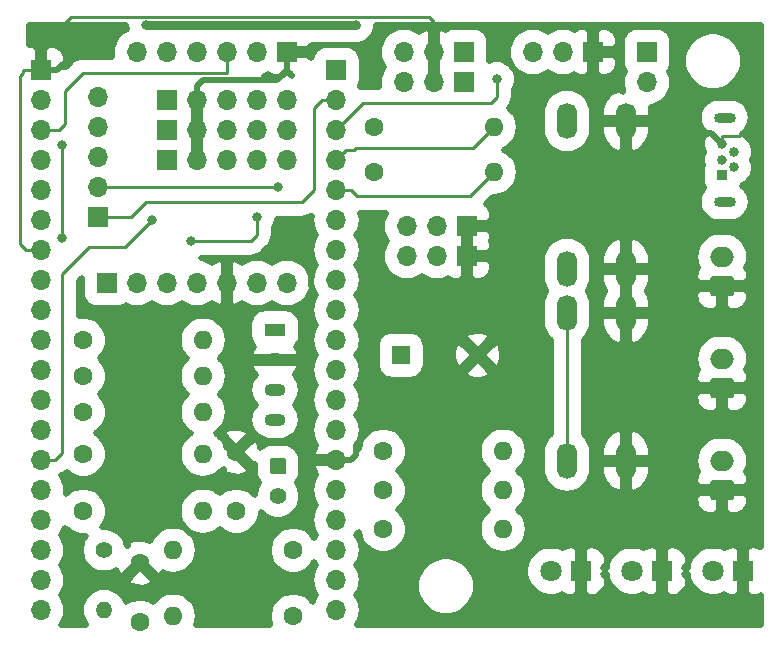
<source format=gbl>
G04 #@! TF.GenerationSoftware,KiCad,Pcbnew,(5.1.2)-1*
G04 #@! TF.CreationDate,2024-09-19T10:13:49+01:00*
G04 #@! TF.ProjectId,ESP32_PCB03,45535033-325f-4504-9342-30332e6b6963,rev?*
G04 #@! TF.SameCoordinates,Original*
G04 #@! TF.FileFunction,Copper,L2,Bot*
G04 #@! TF.FilePolarity,Positive*
%FSLAX46Y46*%
G04 Gerber Fmt 4.6, Leading zero omitted, Abs format (unit mm)*
G04 Created by KiCad (PCBNEW (5.1.2)-1) date 2024-09-19 10:13:49*
%MOMM*%
%LPD*%
G04 APERTURE LIST*
%ADD10O,1.700000X1.700000*%
%ADD11R,1.700000X1.700000*%
%ADD12C,1.600000*%
%ADD13O,1.600000X1.600000*%
%ADD14C,1.400000*%
%ADD15C,0.150000*%
%ADD16O,1.400000X1.400000*%
%ADD17R,1.800000X1.070000*%
%ADD18O,1.800000X1.070000*%
%ADD19R,1.600000X1.600000*%
%ADD20C,1.800000*%
%ADD21R,1.800000X1.800000*%
%ADD22O,2.000000X1.700000*%
%ADD23C,1.700000*%
%ADD24O,1.727200X3.048000*%
%ADD25R,0.840000X0.840000*%
%ADD26C,0.840000*%
%ADD27O,1.850000X0.850000*%
%ADD28C,0.800000*%
%ADD29C,0.500000*%
%ADD30C,0.250000*%
%ADD31C,0.750000*%
%ADD32C,0.508000*%
G04 APERTURE END LIST*
D10*
X129648000Y-116840000D03*
X129648000Y-114300000D03*
X129648000Y-111760000D03*
X129648000Y-109220000D03*
X129648000Y-106680000D03*
X129648000Y-104140000D03*
X129648000Y-101600000D03*
X129648000Y-99060000D03*
X129648000Y-96520000D03*
X129648000Y-93980000D03*
X129648000Y-91440000D03*
X129648000Y-88900000D03*
X129648000Y-86360000D03*
X129648000Y-83820000D03*
X129648000Y-81280000D03*
X129648000Y-78740000D03*
X129648000Y-76200000D03*
X129648000Y-73660000D03*
D11*
X129648000Y-71120000D03*
X104648000Y-71120000D03*
D10*
X104648000Y-73660000D03*
X104648000Y-76200000D03*
X104648000Y-78740000D03*
X104648000Y-81280000D03*
X104648000Y-83820000D03*
X104648000Y-86360000D03*
X104648000Y-88900000D03*
X104648000Y-91440000D03*
X104648000Y-93980000D03*
X104648000Y-96520000D03*
X104648000Y-99060000D03*
X104648000Y-101600000D03*
X104648000Y-104140000D03*
X104648000Y-106680000D03*
X104648000Y-109220000D03*
X104648000Y-111760000D03*
X104648000Y-114300000D03*
X104648000Y-116840000D03*
D12*
X125984000Y-111760000D03*
D13*
X115824000Y-111760000D03*
D14*
X124714000Y-107208000D03*
D15*
G36*
X125189226Y-103949200D02*
G01*
X125213417Y-103952788D01*
X125237139Y-103958730D01*
X125260165Y-103966969D01*
X125282272Y-103977425D01*
X125303248Y-103989998D01*
X125322891Y-104004566D01*
X125341011Y-104020989D01*
X125357434Y-104039109D01*
X125372002Y-104058752D01*
X125384575Y-104079728D01*
X125395031Y-104101835D01*
X125403270Y-104124861D01*
X125409212Y-104148583D01*
X125412800Y-104172774D01*
X125414000Y-104197200D01*
X125414000Y-105098800D01*
X125412800Y-105123226D01*
X125409212Y-105147417D01*
X125403270Y-105171139D01*
X125395031Y-105194165D01*
X125384575Y-105216272D01*
X125372002Y-105237248D01*
X125357434Y-105256891D01*
X125341011Y-105275011D01*
X125322891Y-105291434D01*
X125303248Y-105306002D01*
X125282272Y-105318575D01*
X125260165Y-105329031D01*
X125237139Y-105337270D01*
X125213417Y-105343212D01*
X125189226Y-105346800D01*
X125164800Y-105348000D01*
X124263200Y-105348000D01*
X124238774Y-105346800D01*
X124214583Y-105343212D01*
X124190861Y-105337270D01*
X124167835Y-105329031D01*
X124145728Y-105318575D01*
X124124752Y-105306002D01*
X124105109Y-105291434D01*
X124086989Y-105275011D01*
X124070566Y-105256891D01*
X124055998Y-105237248D01*
X124043425Y-105216272D01*
X124032969Y-105194165D01*
X124024730Y-105171139D01*
X124018788Y-105147417D01*
X124015200Y-105123226D01*
X124014000Y-105098800D01*
X124014000Y-104197200D01*
X124015200Y-104172774D01*
X124018788Y-104148583D01*
X124024730Y-104124861D01*
X124032969Y-104101835D01*
X124043425Y-104079728D01*
X124055998Y-104058752D01*
X124070566Y-104039109D01*
X124086989Y-104020989D01*
X124105109Y-104004566D01*
X124124752Y-103989998D01*
X124145728Y-103977425D01*
X124167835Y-103966969D01*
X124190861Y-103958730D01*
X124214583Y-103952788D01*
X124238774Y-103949200D01*
X124263200Y-103948000D01*
X125164800Y-103948000D01*
X125189226Y-103949200D01*
X125189226Y-103949200D01*
G37*
D14*
X124714000Y-104648000D03*
X109982000Y-111760000D03*
D16*
X109982000Y-116840000D03*
D17*
X124460000Y-93091000D03*
D18*
X124460000Y-95631000D03*
X124460000Y-98171000D03*
X124460000Y-100711000D03*
D19*
X135128000Y-95250000D03*
D12*
X141628000Y-95250000D03*
X121158000Y-103458000D03*
X121158000Y-108458000D03*
X113030000Y-117856000D03*
X113030000Y-112856000D03*
D20*
X154686000Y-113538000D03*
D21*
X157226000Y-113538000D03*
D10*
X125476000Y-76200000D03*
X122936000Y-76200000D03*
X120396000Y-76200000D03*
X117856000Y-76200000D03*
D11*
X115316000Y-76200000D03*
X115316000Y-73660000D03*
D10*
X117856000Y-73660000D03*
X120396000Y-73660000D03*
X122936000Y-73660000D03*
X125476000Y-73660000D03*
X125476000Y-78740000D03*
X122936000Y-78740000D03*
X120396000Y-78740000D03*
X117856000Y-78740000D03*
D11*
X115316000Y-78740000D03*
X140462000Y-72136000D03*
D10*
X137922000Y-72136000D03*
X135382000Y-72136000D03*
X135382000Y-69596000D03*
X137922000Y-69596000D03*
D11*
X140462000Y-69596000D03*
X125476000Y-69596000D03*
D10*
X122936000Y-69596000D03*
X120396000Y-69596000D03*
X117856000Y-69596000D03*
X115316000Y-69596000D03*
X112776000Y-69596000D03*
D11*
X151384000Y-69596000D03*
D10*
X148844000Y-69596000D03*
X146304000Y-69596000D03*
X135636000Y-84328000D03*
X138176000Y-84328000D03*
D11*
X140716000Y-84328000D03*
X140716000Y-86868000D03*
D10*
X138176000Y-86868000D03*
X135636000Y-86868000D03*
D22*
X162306000Y-86908000D03*
D15*
G36*
X163080504Y-88559204D02*
G01*
X163104773Y-88562804D01*
X163128571Y-88568765D01*
X163151671Y-88577030D01*
X163173849Y-88587520D01*
X163194893Y-88600133D01*
X163214598Y-88614747D01*
X163232777Y-88631223D01*
X163249253Y-88649402D01*
X163263867Y-88669107D01*
X163276480Y-88690151D01*
X163286970Y-88712329D01*
X163295235Y-88735429D01*
X163301196Y-88759227D01*
X163304796Y-88783496D01*
X163306000Y-88808000D01*
X163306000Y-90008000D01*
X163304796Y-90032504D01*
X163301196Y-90056773D01*
X163295235Y-90080571D01*
X163286970Y-90103671D01*
X163276480Y-90125849D01*
X163263867Y-90146893D01*
X163249253Y-90166598D01*
X163232777Y-90184777D01*
X163214598Y-90201253D01*
X163194893Y-90215867D01*
X163173849Y-90228480D01*
X163151671Y-90238970D01*
X163128571Y-90247235D01*
X163104773Y-90253196D01*
X163080504Y-90256796D01*
X163056000Y-90258000D01*
X161556000Y-90258000D01*
X161531496Y-90256796D01*
X161507227Y-90253196D01*
X161483429Y-90247235D01*
X161460329Y-90238970D01*
X161438151Y-90228480D01*
X161417107Y-90215867D01*
X161397402Y-90201253D01*
X161379223Y-90184777D01*
X161362747Y-90166598D01*
X161348133Y-90146893D01*
X161335520Y-90125849D01*
X161325030Y-90103671D01*
X161316765Y-90080571D01*
X161310804Y-90056773D01*
X161307204Y-90032504D01*
X161306000Y-90008000D01*
X161306000Y-88808000D01*
X161307204Y-88783496D01*
X161310804Y-88759227D01*
X161316765Y-88735429D01*
X161325030Y-88712329D01*
X161335520Y-88690151D01*
X161348133Y-88669107D01*
X161362747Y-88649402D01*
X161379223Y-88631223D01*
X161397402Y-88614747D01*
X161417107Y-88600133D01*
X161438151Y-88587520D01*
X161460329Y-88577030D01*
X161483429Y-88568765D01*
X161507227Y-88562804D01*
X161531496Y-88559204D01*
X161556000Y-88558000D01*
X163056000Y-88558000D01*
X163080504Y-88559204D01*
X163080504Y-88559204D01*
G37*
D23*
X162306000Y-89408000D03*
D15*
G36*
X163080504Y-97195204D02*
G01*
X163104773Y-97198804D01*
X163128571Y-97204765D01*
X163151671Y-97213030D01*
X163173849Y-97223520D01*
X163194893Y-97236133D01*
X163214598Y-97250747D01*
X163232777Y-97267223D01*
X163249253Y-97285402D01*
X163263867Y-97305107D01*
X163276480Y-97326151D01*
X163286970Y-97348329D01*
X163295235Y-97371429D01*
X163301196Y-97395227D01*
X163304796Y-97419496D01*
X163306000Y-97444000D01*
X163306000Y-98644000D01*
X163304796Y-98668504D01*
X163301196Y-98692773D01*
X163295235Y-98716571D01*
X163286970Y-98739671D01*
X163276480Y-98761849D01*
X163263867Y-98782893D01*
X163249253Y-98802598D01*
X163232777Y-98820777D01*
X163214598Y-98837253D01*
X163194893Y-98851867D01*
X163173849Y-98864480D01*
X163151671Y-98874970D01*
X163128571Y-98883235D01*
X163104773Y-98889196D01*
X163080504Y-98892796D01*
X163056000Y-98894000D01*
X161556000Y-98894000D01*
X161531496Y-98892796D01*
X161507227Y-98889196D01*
X161483429Y-98883235D01*
X161460329Y-98874970D01*
X161438151Y-98864480D01*
X161417107Y-98851867D01*
X161397402Y-98837253D01*
X161379223Y-98820777D01*
X161362747Y-98802598D01*
X161348133Y-98782893D01*
X161335520Y-98761849D01*
X161325030Y-98739671D01*
X161316765Y-98716571D01*
X161310804Y-98692773D01*
X161307204Y-98668504D01*
X161306000Y-98644000D01*
X161306000Y-97444000D01*
X161307204Y-97419496D01*
X161310804Y-97395227D01*
X161316765Y-97371429D01*
X161325030Y-97348329D01*
X161335520Y-97326151D01*
X161348133Y-97305107D01*
X161362747Y-97285402D01*
X161379223Y-97267223D01*
X161397402Y-97250747D01*
X161417107Y-97236133D01*
X161438151Y-97223520D01*
X161460329Y-97213030D01*
X161483429Y-97204765D01*
X161507227Y-97198804D01*
X161531496Y-97195204D01*
X161556000Y-97194000D01*
X163056000Y-97194000D01*
X163080504Y-97195204D01*
X163080504Y-97195204D01*
G37*
D23*
X162306000Y-98044000D03*
D22*
X162306000Y-95544000D03*
X162306000Y-104180000D03*
D15*
G36*
X163080504Y-105831204D02*
G01*
X163104773Y-105834804D01*
X163128571Y-105840765D01*
X163151671Y-105849030D01*
X163173849Y-105859520D01*
X163194893Y-105872133D01*
X163214598Y-105886747D01*
X163232777Y-105903223D01*
X163249253Y-105921402D01*
X163263867Y-105941107D01*
X163276480Y-105962151D01*
X163286970Y-105984329D01*
X163295235Y-106007429D01*
X163301196Y-106031227D01*
X163304796Y-106055496D01*
X163306000Y-106080000D01*
X163306000Y-107280000D01*
X163304796Y-107304504D01*
X163301196Y-107328773D01*
X163295235Y-107352571D01*
X163286970Y-107375671D01*
X163276480Y-107397849D01*
X163263867Y-107418893D01*
X163249253Y-107438598D01*
X163232777Y-107456777D01*
X163214598Y-107473253D01*
X163194893Y-107487867D01*
X163173849Y-107500480D01*
X163151671Y-107510970D01*
X163128571Y-107519235D01*
X163104773Y-107525196D01*
X163080504Y-107528796D01*
X163056000Y-107530000D01*
X161556000Y-107530000D01*
X161531496Y-107528796D01*
X161507227Y-107525196D01*
X161483429Y-107519235D01*
X161460329Y-107510970D01*
X161438151Y-107500480D01*
X161417107Y-107487867D01*
X161397402Y-107473253D01*
X161379223Y-107456777D01*
X161362747Y-107438598D01*
X161348133Y-107418893D01*
X161335520Y-107397849D01*
X161325030Y-107375671D01*
X161316765Y-107352571D01*
X161310804Y-107328773D01*
X161307204Y-107304504D01*
X161306000Y-107280000D01*
X161306000Y-106080000D01*
X161307204Y-106055496D01*
X161310804Y-106031227D01*
X161316765Y-106007429D01*
X161325030Y-105984329D01*
X161335520Y-105962151D01*
X161348133Y-105941107D01*
X161362747Y-105921402D01*
X161379223Y-105903223D01*
X161397402Y-105886747D01*
X161417107Y-105872133D01*
X161438151Y-105859520D01*
X161460329Y-105849030D01*
X161483429Y-105840765D01*
X161507227Y-105834804D01*
X161531496Y-105831204D01*
X161556000Y-105830000D01*
X163056000Y-105830000D01*
X163080504Y-105831204D01*
X163080504Y-105831204D01*
G37*
D23*
X162306000Y-106680000D03*
D12*
X108204000Y-100076000D03*
D13*
X118364000Y-100076000D03*
X118364000Y-97028000D03*
D12*
X108204000Y-97028000D03*
D13*
X143764000Y-109982000D03*
D12*
X133604000Y-109982000D03*
X133604000Y-106680000D03*
D13*
X143764000Y-106680000D03*
D12*
X108204000Y-103632000D03*
D13*
X118364000Y-103632000D03*
D12*
X108204000Y-108458000D03*
D13*
X118364000Y-108458000D03*
X115824000Y-117348000D03*
D12*
X125984000Y-117348000D03*
D21*
X150368000Y-113538000D03*
D20*
X147828000Y-113538000D03*
D24*
X149178000Y-75438000D03*
X154178000Y-75438000D03*
X149178000Y-87938000D03*
X154178000Y-87938000D03*
X154178000Y-104194000D03*
X149178000Y-104194000D03*
X154178000Y-91694000D03*
X149178000Y-91694000D03*
D12*
X108204000Y-93980000D03*
D13*
X118364000Y-93980000D03*
X143764000Y-103378000D03*
D12*
X133604000Y-103378000D03*
D21*
X164084000Y-113538000D03*
D20*
X161544000Y-113538000D03*
D25*
X162306000Y-80010000D03*
D26*
X163306000Y-79360000D03*
X162306000Y-78710000D03*
X163306000Y-78060000D03*
X162306000Y-77410000D03*
D27*
X162526000Y-82285000D03*
X162526000Y-75135000D03*
D11*
X110236000Y-89154000D03*
D10*
X112776000Y-89154000D03*
X115316000Y-89154000D03*
X117856000Y-89154000D03*
X120396000Y-89154000D03*
X122936000Y-89154000D03*
X125476000Y-89154000D03*
D11*
X155956000Y-69596000D03*
D10*
X155956000Y-72136000D03*
D12*
X132842000Y-75946000D03*
D13*
X143002000Y-75946000D03*
X143002000Y-79756000D03*
D12*
X132842000Y-79756000D03*
D11*
X109474000Y-83566000D03*
D10*
X109474000Y-81026000D03*
X109474000Y-78486000D03*
X109474000Y-75946000D03*
X109474000Y-73406000D03*
D28*
X131318000Y-67310000D03*
X113538000Y-67310000D03*
X117348000Y-85598000D03*
X122936000Y-83566000D03*
X143256000Y-71882000D03*
X124714000Y-81026000D03*
X106426000Y-85344000D03*
X106421347Y-77465347D03*
X114046000Y-83820000D03*
D29*
X127508000Y-89408000D02*
X127508000Y-88646000D01*
X162306000Y-77410000D02*
X161350000Y-76454000D01*
X161350000Y-76454000D02*
X160782000Y-76454000D01*
X118364909Y-71949010D02*
X124646990Y-71949010D01*
X117856000Y-73660000D02*
X117856000Y-72457919D01*
X117856000Y-72457919D02*
X118364909Y-71949010D01*
X125476000Y-71120000D02*
X125476000Y-69596000D01*
X124646990Y-71949010D02*
X125476000Y-71120000D01*
D30*
X103378000Y-86360000D02*
X104648000Y-86360000D01*
X102870000Y-85852000D02*
X103378000Y-86360000D01*
X102870000Y-71628000D02*
X102870000Y-85852000D01*
X103124000Y-71374000D02*
X102870000Y-71628000D01*
X104648000Y-71120000D02*
X103124000Y-71120000D01*
X103124000Y-71120000D02*
X103124000Y-71374000D01*
X162306000Y-77410000D02*
X162306000Y-76708000D01*
X162306000Y-76708000D02*
X163830000Y-76708000D01*
X104648000Y-71120000D02*
X104648000Y-69088000D01*
X107151001Y-66584999D02*
X137450999Y-66584999D01*
X104648000Y-69088000D02*
X107151001Y-66584999D01*
X137922000Y-67056000D02*
X137922000Y-69596000D01*
X137450999Y-66584999D02*
X137922000Y-67056000D01*
D29*
X105998000Y-71120000D02*
X106506000Y-70612000D01*
X104648000Y-71120000D02*
X105998000Y-71120000D01*
X130850081Y-104140000D02*
X131318000Y-103672081D01*
X129648000Y-104140000D02*
X130850081Y-104140000D01*
X131318000Y-103672081D02*
X131318000Y-102870000D01*
D31*
X131318000Y-67310000D02*
X113538000Y-67310000D01*
D30*
X106172000Y-76200000D02*
X104648000Y-76200000D01*
X106680000Y-75692000D02*
X106172000Y-76200000D01*
X106680000Y-72898000D02*
X106680000Y-75692000D01*
X120396000Y-69596000D02*
X120396000Y-71374000D01*
X120396000Y-71374000D02*
X108204000Y-71374000D01*
X106680000Y-72898000D02*
X108204000Y-71374000D01*
X123444000Y-79248000D02*
X122936000Y-78740000D01*
X117348000Y-85598000D02*
X122428000Y-85598000D01*
X122428000Y-85598000D02*
X122936000Y-85090000D01*
X122936000Y-85090000D02*
X122936000Y-83566000D01*
X129648000Y-76200000D02*
X131934000Y-73914000D01*
X131934000Y-73914000D02*
X142748000Y-73914000D01*
X143256000Y-73406000D02*
X143256000Y-71882000D01*
X142748000Y-73914000D02*
X143256000Y-73406000D01*
X128445919Y-73660000D02*
X129648000Y-73660000D01*
X109474000Y-83566000D02*
X112268000Y-83566000D01*
X112268000Y-83566000D02*
X113538000Y-82296000D01*
X113538000Y-82296000D02*
X126746000Y-82296000D01*
X126746000Y-82296000D02*
X127762000Y-81280000D01*
X127762000Y-81280000D02*
X127762000Y-74343919D01*
X127762000Y-74343919D02*
X128445919Y-73660000D01*
X109474000Y-81026000D02*
X124714000Y-81026000D01*
X130850081Y-81280000D02*
X131358081Y-81788000D01*
X129648000Y-81280000D02*
X130850081Y-81280000D01*
X140970000Y-81788000D02*
X143002000Y-79756000D01*
X131358081Y-81788000D02*
X140970000Y-81788000D01*
X149178000Y-93468000D02*
X149178000Y-104194000D01*
X149178000Y-91694000D02*
X149178000Y-93468000D01*
X130497999Y-77890001D02*
X131151999Y-77890001D01*
X129648000Y-78740000D02*
X130497999Y-77890001D01*
X131151999Y-77890001D02*
X131318000Y-77724000D01*
X141224000Y-77724000D02*
X143002000Y-75946000D01*
X131318000Y-77724000D02*
X141224000Y-77724000D01*
X106426000Y-85344000D02*
X106426000Y-77470000D01*
X106426000Y-77470000D02*
X106421347Y-77465347D01*
X105850081Y-104140000D02*
X106426000Y-103564081D01*
X104648000Y-104140000D02*
X105850081Y-104140000D01*
X106426000Y-103564081D02*
X106426000Y-88392000D01*
X106426000Y-88392000D02*
X108712000Y-86106000D01*
X108712000Y-86106000D02*
X111760000Y-86106000D01*
X111760000Y-86106000D02*
X114046000Y-83820000D01*
D32*
G36*
X165583001Y-111518135D02*
G01*
X165472360Y-111458996D01*
X165232964Y-111386376D01*
X164984000Y-111361855D01*
X164655500Y-111368000D01*
X164338000Y-111685500D01*
X164338000Y-113284000D01*
X164358000Y-113284000D01*
X164358000Y-113792000D01*
X164338000Y-113792000D01*
X164338000Y-115390500D01*
X164655500Y-115708000D01*
X164984000Y-115714145D01*
X165232964Y-115689624D01*
X165472360Y-115617004D01*
X165583001Y-115557865D01*
X165583001Y-118085000D01*
X131368778Y-118085000D01*
X131419244Y-118023507D01*
X131616101Y-117655214D01*
X131737325Y-117255593D01*
X131778257Y-116840000D01*
X131737325Y-116424407D01*
X131616101Y-116024786D01*
X131419244Y-115656493D01*
X131348261Y-115570000D01*
X131419244Y-115483507D01*
X131616101Y-115115214D01*
X131737325Y-114715593D01*
X131752668Y-114559802D01*
X136418000Y-114559802D01*
X136418000Y-115056198D01*
X136514842Y-115543057D01*
X136704805Y-116001668D01*
X136980588Y-116414406D01*
X137331594Y-116765412D01*
X137744332Y-117041195D01*
X138202943Y-117231158D01*
X138689802Y-117328000D01*
X139186198Y-117328000D01*
X139673057Y-117231158D01*
X140131668Y-117041195D01*
X140544406Y-116765412D01*
X140895412Y-116414406D01*
X141171195Y-116001668D01*
X141361158Y-115543057D01*
X141458000Y-115056198D01*
X141458000Y-114559802D01*
X141361158Y-114072943D01*
X141171195Y-113614332D01*
X140977385Y-113324274D01*
X145658000Y-113324274D01*
X145658000Y-113751726D01*
X145741392Y-114170966D01*
X145904971Y-114565881D01*
X146142451Y-114921295D01*
X146444705Y-115223549D01*
X146800119Y-115461029D01*
X147195034Y-115624608D01*
X147614274Y-115708000D01*
X148041726Y-115708000D01*
X148460966Y-115624608D01*
X148761202Y-115500246D01*
X148979640Y-115617004D01*
X149219036Y-115689624D01*
X149468000Y-115714145D01*
X149796500Y-115708000D01*
X150114000Y-115390500D01*
X150114000Y-113792000D01*
X150094000Y-113792000D01*
X150094000Y-113284000D01*
X150114000Y-113284000D01*
X150114000Y-111685500D01*
X150622000Y-111685500D01*
X150622000Y-113284000D01*
X150642000Y-113284000D01*
X150642000Y-113792000D01*
X150622000Y-113792000D01*
X150622000Y-115390500D01*
X150939500Y-115708000D01*
X151268000Y-115714145D01*
X151516964Y-115689624D01*
X151756360Y-115617004D01*
X151976988Y-115499076D01*
X152170371Y-115340371D01*
X152329076Y-115146988D01*
X152447004Y-114926360D01*
X152519624Y-114686964D01*
X152544145Y-114438000D01*
X152538000Y-114109500D01*
X152220502Y-113792002D01*
X152524011Y-113792002D01*
X152599392Y-114170966D01*
X152762971Y-114565881D01*
X153000451Y-114921295D01*
X153302705Y-115223549D01*
X153658119Y-115461029D01*
X154053034Y-115624608D01*
X154472274Y-115708000D01*
X154899726Y-115708000D01*
X155318966Y-115624608D01*
X155619202Y-115500246D01*
X155837640Y-115617004D01*
X156077036Y-115689624D01*
X156326000Y-115714145D01*
X156654500Y-115708000D01*
X156972000Y-115390500D01*
X156972000Y-113792000D01*
X156952000Y-113792000D01*
X156952000Y-113284000D01*
X156972000Y-113284000D01*
X156972000Y-111685500D01*
X157480000Y-111685500D01*
X157480000Y-113284000D01*
X157500000Y-113284000D01*
X157500000Y-113792000D01*
X157480000Y-113792000D01*
X157480000Y-115390500D01*
X157797500Y-115708000D01*
X158126000Y-115714145D01*
X158374964Y-115689624D01*
X158614360Y-115617004D01*
X158834988Y-115499076D01*
X159028371Y-115340371D01*
X159187076Y-115146988D01*
X159305004Y-114926360D01*
X159377624Y-114686964D01*
X159402145Y-114438000D01*
X159396000Y-114109500D01*
X159078502Y-113792002D01*
X159382011Y-113792002D01*
X159457392Y-114170966D01*
X159620971Y-114565881D01*
X159858451Y-114921295D01*
X160160705Y-115223549D01*
X160516119Y-115461029D01*
X160911034Y-115624608D01*
X161330274Y-115708000D01*
X161757726Y-115708000D01*
X162176966Y-115624608D01*
X162477202Y-115500246D01*
X162695640Y-115617004D01*
X162935036Y-115689624D01*
X163184000Y-115714145D01*
X163512500Y-115708000D01*
X163830000Y-115390500D01*
X163830000Y-113792000D01*
X163810000Y-113792000D01*
X163810000Y-113284000D01*
X163830000Y-113284000D01*
X163830000Y-111685500D01*
X163512500Y-111368000D01*
X163184000Y-111361855D01*
X162935036Y-111386376D01*
X162695640Y-111458996D01*
X162477202Y-111575754D01*
X162176966Y-111451392D01*
X161757726Y-111368000D01*
X161330274Y-111368000D01*
X160911034Y-111451392D01*
X160516119Y-111614971D01*
X160160705Y-111852451D01*
X159858451Y-112154705D01*
X159620971Y-112510119D01*
X159457392Y-112905034D01*
X159382011Y-113283998D01*
X159078502Y-113283998D01*
X159396000Y-112966500D01*
X159402145Y-112638000D01*
X159377624Y-112389036D01*
X159305004Y-112149640D01*
X159187076Y-111929012D01*
X159028371Y-111735629D01*
X158834988Y-111576924D01*
X158614360Y-111458996D01*
X158374964Y-111386376D01*
X158126000Y-111361855D01*
X157797500Y-111368000D01*
X157480000Y-111685500D01*
X156972000Y-111685500D01*
X156654500Y-111368000D01*
X156326000Y-111361855D01*
X156077036Y-111386376D01*
X155837640Y-111458996D01*
X155619202Y-111575754D01*
X155318966Y-111451392D01*
X154899726Y-111368000D01*
X154472274Y-111368000D01*
X154053034Y-111451392D01*
X153658119Y-111614971D01*
X153302705Y-111852451D01*
X153000451Y-112154705D01*
X152762971Y-112510119D01*
X152599392Y-112905034D01*
X152524011Y-113283998D01*
X152220502Y-113283998D01*
X152538000Y-112966500D01*
X152544145Y-112638000D01*
X152519624Y-112389036D01*
X152447004Y-112149640D01*
X152329076Y-111929012D01*
X152170371Y-111735629D01*
X151976988Y-111576924D01*
X151756360Y-111458996D01*
X151516964Y-111386376D01*
X151268000Y-111361855D01*
X150939500Y-111368000D01*
X150622000Y-111685500D01*
X150114000Y-111685500D01*
X149796500Y-111368000D01*
X149468000Y-111361855D01*
X149219036Y-111386376D01*
X148979640Y-111458996D01*
X148761202Y-111575754D01*
X148460966Y-111451392D01*
X148041726Y-111368000D01*
X147614274Y-111368000D01*
X147195034Y-111451392D01*
X146800119Y-111614971D01*
X146444705Y-111852451D01*
X146142451Y-112154705D01*
X145904971Y-112510119D01*
X145741392Y-112905034D01*
X145658000Y-113324274D01*
X140977385Y-113324274D01*
X140895412Y-113201594D01*
X140544406Y-112850588D01*
X140131668Y-112574805D01*
X139673057Y-112384842D01*
X139186198Y-112288000D01*
X138689802Y-112288000D01*
X138202943Y-112384842D01*
X137744332Y-112574805D01*
X137331594Y-112850588D01*
X136980588Y-113201594D01*
X136704805Y-113614332D01*
X136514842Y-114072943D01*
X136418000Y-114559802D01*
X131752668Y-114559802D01*
X131778257Y-114300000D01*
X131737325Y-113884407D01*
X131616101Y-113484786D01*
X131419244Y-113116493D01*
X131348261Y-113030000D01*
X131419244Y-112943507D01*
X131616101Y-112575214D01*
X131737325Y-112175593D01*
X131778257Y-111760000D01*
X131737325Y-111344407D01*
X131616101Y-110944786D01*
X131419244Y-110576493D01*
X131348261Y-110490000D01*
X131419244Y-110403507D01*
X131534426Y-110188017D01*
X131613549Y-110585797D01*
X131769590Y-110962513D01*
X131996126Y-111301548D01*
X132284452Y-111589874D01*
X132623487Y-111816410D01*
X133000203Y-111972451D01*
X133400123Y-112052000D01*
X133807877Y-112052000D01*
X134207797Y-111972451D01*
X134584513Y-111816410D01*
X134923548Y-111589874D01*
X135211874Y-111301548D01*
X135438410Y-110962513D01*
X135594451Y-110585797D01*
X135674000Y-110185877D01*
X135674000Y-109778123D01*
X135594451Y-109378203D01*
X135438410Y-109001487D01*
X135211874Y-108662452D01*
X134923548Y-108374126D01*
X134859005Y-108331000D01*
X134923548Y-108287874D01*
X135211874Y-107999548D01*
X135438410Y-107660513D01*
X135594451Y-107283797D01*
X135674000Y-106883877D01*
X135674000Y-106476123D01*
X135594451Y-106076203D01*
X135438410Y-105699487D01*
X135211874Y-105360452D01*
X134923548Y-105072126D01*
X134859005Y-105029000D01*
X134923548Y-104985874D01*
X135211874Y-104697548D01*
X135438410Y-104358513D01*
X135594451Y-103981797D01*
X135674000Y-103581877D01*
X135674000Y-103378000D01*
X141683985Y-103378000D01*
X141723952Y-103783791D01*
X141842317Y-104173987D01*
X142034531Y-104533594D01*
X142293207Y-104848793D01*
X142512791Y-105029000D01*
X142293207Y-105209207D01*
X142034531Y-105524406D01*
X141842317Y-105884013D01*
X141723952Y-106274209D01*
X141683985Y-106680000D01*
X141723952Y-107085791D01*
X141842317Y-107475987D01*
X142034531Y-107835594D01*
X142293207Y-108150793D01*
X142512791Y-108331000D01*
X142293207Y-108511207D01*
X142034531Y-108826406D01*
X141842317Y-109186013D01*
X141723952Y-109576209D01*
X141683985Y-109982000D01*
X141723952Y-110387791D01*
X141842317Y-110777987D01*
X142034531Y-111137594D01*
X142293207Y-111452793D01*
X142608406Y-111711469D01*
X142968013Y-111903683D01*
X143358209Y-112022048D01*
X143662316Y-112052000D01*
X143865684Y-112052000D01*
X144169791Y-112022048D01*
X144559987Y-111903683D01*
X144919594Y-111711469D01*
X145234793Y-111452793D01*
X145493469Y-111137594D01*
X145685683Y-110777987D01*
X145804048Y-110387791D01*
X145844015Y-109982000D01*
X145804048Y-109576209D01*
X145685683Y-109186013D01*
X145493469Y-108826406D01*
X145234793Y-108511207D01*
X145015209Y-108331000D01*
X145234793Y-108150793D01*
X145493469Y-107835594D01*
X145656812Y-107530000D01*
X160029855Y-107530000D01*
X160054376Y-107778964D01*
X160126996Y-108018360D01*
X160244924Y-108238988D01*
X160403629Y-108432371D01*
X160597012Y-108591076D01*
X160817640Y-108709004D01*
X161057036Y-108781624D01*
X161306000Y-108806145D01*
X161734500Y-108800000D01*
X162052000Y-108482500D01*
X162052000Y-106934000D01*
X162560000Y-106934000D01*
X162560000Y-108482500D01*
X162877500Y-108800000D01*
X163306000Y-108806145D01*
X163554964Y-108781624D01*
X163794360Y-108709004D01*
X164014988Y-108591076D01*
X164208371Y-108432371D01*
X164367076Y-108238988D01*
X164485004Y-108018360D01*
X164557624Y-107778964D01*
X164582145Y-107530000D01*
X164576000Y-107251500D01*
X164258500Y-106934000D01*
X162560000Y-106934000D01*
X162052000Y-106934000D01*
X160353500Y-106934000D01*
X160036000Y-107251500D01*
X160029855Y-107530000D01*
X145656812Y-107530000D01*
X145685683Y-107475987D01*
X145804048Y-107085791D01*
X145844015Y-106680000D01*
X145804048Y-106274209D01*
X145685683Y-105884013D01*
X145493469Y-105524406D01*
X145234793Y-105209207D01*
X145015209Y-105029000D01*
X145234793Y-104848793D01*
X145493469Y-104533594D01*
X145685683Y-104173987D01*
X145804048Y-103783791D01*
X145844015Y-103378000D01*
X145804048Y-102972209D01*
X145685683Y-102582013D01*
X145493469Y-102222406D01*
X145234793Y-101907207D01*
X144919594Y-101648531D01*
X144559987Y-101456317D01*
X144169791Y-101337952D01*
X143865684Y-101308000D01*
X143662316Y-101308000D01*
X143358209Y-101337952D01*
X142968013Y-101456317D01*
X142608406Y-101648531D01*
X142293207Y-101907207D01*
X142034531Y-102222406D01*
X141842317Y-102582013D01*
X141723952Y-102972209D01*
X141683985Y-103378000D01*
X135674000Y-103378000D01*
X135674000Y-103174123D01*
X135594451Y-102774203D01*
X135438410Y-102397487D01*
X135211874Y-102058452D01*
X134923548Y-101770126D01*
X134584513Y-101543590D01*
X134207797Y-101387549D01*
X133807877Y-101308000D01*
X133400123Y-101308000D01*
X133000203Y-101387549D01*
X132623487Y-101543590D01*
X132284452Y-101770126D01*
X131996126Y-102058452D01*
X131769590Y-102397487D01*
X131613549Y-102774203D01*
X131534000Y-103174123D01*
X131534000Y-103186425D01*
X131500065Y-103108357D01*
X131340938Y-102878923D01*
X131419244Y-102783507D01*
X131616101Y-102415214D01*
X131737325Y-102015593D01*
X131778257Y-101600000D01*
X131737325Y-101184407D01*
X131616101Y-100784786D01*
X131419244Y-100416493D01*
X131348261Y-100330000D01*
X131419244Y-100243507D01*
X131616101Y-99875214D01*
X131737325Y-99475593D01*
X131778257Y-99060000D01*
X131737325Y-98644407D01*
X131616101Y-98244786D01*
X131419244Y-97876493D01*
X131348261Y-97790000D01*
X131419244Y-97703507D01*
X131616101Y-97335214D01*
X131737325Y-96935593D01*
X131778257Y-96520000D01*
X131737325Y-96104407D01*
X131616101Y-95704786D01*
X131419244Y-95336493D01*
X131348261Y-95250000D01*
X131419244Y-95163507D01*
X131616101Y-94795214D01*
X131720820Y-94450000D01*
X133051856Y-94450000D01*
X133051856Y-96050000D01*
X133076377Y-96298963D01*
X133148997Y-96538359D01*
X133266925Y-96758988D01*
X133425630Y-96952370D01*
X133619012Y-97111075D01*
X133839641Y-97229003D01*
X134079037Y-97301623D01*
X134328000Y-97326144D01*
X135928000Y-97326144D01*
X136176963Y-97301623D01*
X136416359Y-97229003D01*
X136636988Y-97111075D01*
X136830370Y-96952370D01*
X136989075Y-96758988D01*
X137040443Y-96662883D01*
X140574327Y-96662883D01*
X140620038Y-97069472D01*
X140994367Y-97231156D01*
X141393046Y-97316704D01*
X141800755Y-97322830D01*
X142201824Y-97249298D01*
X142580842Y-97098934D01*
X142635962Y-97069472D01*
X142681673Y-96662883D01*
X141628000Y-95609210D01*
X140574327Y-96662883D01*
X137040443Y-96662883D01*
X137107003Y-96538359D01*
X137179623Y-96298963D01*
X137204144Y-96050000D01*
X137204144Y-95422755D01*
X139555170Y-95422755D01*
X139628702Y-95823824D01*
X139779066Y-96202842D01*
X139808528Y-96257962D01*
X140215117Y-96303673D01*
X141268790Y-95250000D01*
X141987210Y-95250000D01*
X143040883Y-96303673D01*
X143447472Y-96257962D01*
X143609156Y-95883633D01*
X143694704Y-95484954D01*
X143700830Y-95077245D01*
X143627298Y-94676176D01*
X143476934Y-94297158D01*
X143447472Y-94242038D01*
X143040883Y-94196327D01*
X141987210Y-95250000D01*
X141268790Y-95250000D01*
X140215117Y-94196327D01*
X139808528Y-94242038D01*
X139646844Y-94616367D01*
X139561296Y-95015046D01*
X139555170Y-95422755D01*
X137204144Y-95422755D01*
X137204144Y-94450000D01*
X137179623Y-94201037D01*
X137107003Y-93961641D01*
X137040444Y-93837117D01*
X140574327Y-93837117D01*
X141628000Y-94890790D01*
X142681673Y-93837117D01*
X142635962Y-93430528D01*
X142261633Y-93268844D01*
X141862954Y-93183296D01*
X141455245Y-93177170D01*
X141054176Y-93250702D01*
X140675158Y-93401066D01*
X140620038Y-93430528D01*
X140574327Y-93837117D01*
X137040444Y-93837117D01*
X136989075Y-93741012D01*
X136830370Y-93547630D01*
X136636988Y-93388925D01*
X136416359Y-93270997D01*
X136176963Y-93198377D01*
X135928000Y-93173856D01*
X134328000Y-93173856D01*
X134079037Y-93198377D01*
X133839641Y-93270997D01*
X133619012Y-93388925D01*
X133425630Y-93547630D01*
X133266925Y-93741012D01*
X133148997Y-93961641D01*
X133076377Y-94201037D01*
X133051856Y-94450000D01*
X131720820Y-94450000D01*
X131737325Y-94395593D01*
X131778257Y-93980000D01*
X131737325Y-93564407D01*
X131616101Y-93164786D01*
X131419244Y-92796493D01*
X131348261Y-92710000D01*
X131419244Y-92623507D01*
X131616101Y-92255214D01*
X131737325Y-91855593D01*
X131778257Y-91440000D01*
X131737325Y-91024407D01*
X131616101Y-90624786D01*
X131419244Y-90256493D01*
X131348261Y-90170000D01*
X131419244Y-90083507D01*
X131616101Y-89715214D01*
X131737325Y-89315593D01*
X131778257Y-88900000D01*
X131737325Y-88484407D01*
X131616101Y-88084786D01*
X131419244Y-87716493D01*
X131348261Y-87630000D01*
X131419244Y-87543507D01*
X131616101Y-87175214D01*
X131737325Y-86775593D01*
X131778257Y-86360000D01*
X131737325Y-85944407D01*
X131616101Y-85544786D01*
X131419244Y-85176493D01*
X131348261Y-85090000D01*
X131419244Y-85003507D01*
X131616101Y-84635214D01*
X131737325Y-84235593D01*
X131778257Y-83820000D01*
X131737325Y-83404407D01*
X131670162Y-83183000D01*
X133844174Y-83183000D01*
X133667899Y-83512786D01*
X133546675Y-83912407D01*
X133505743Y-84328000D01*
X133546675Y-84743593D01*
X133667899Y-85143214D01*
X133864756Y-85511507D01*
X133935739Y-85598000D01*
X133864756Y-85684493D01*
X133667899Y-86052786D01*
X133546675Y-86452407D01*
X133505743Y-86868000D01*
X133546675Y-87283593D01*
X133667899Y-87683214D01*
X133864756Y-88051507D01*
X134129681Y-88374319D01*
X134452493Y-88639244D01*
X134820786Y-88836101D01*
X135220407Y-88957325D01*
X135531858Y-88988000D01*
X135740142Y-88988000D01*
X136051593Y-88957325D01*
X136451214Y-88836101D01*
X136819507Y-88639244D01*
X136906000Y-88568261D01*
X136992493Y-88639244D01*
X137360786Y-88836101D01*
X137760407Y-88957325D01*
X138071858Y-88988000D01*
X138280142Y-88988000D01*
X138591593Y-88957325D01*
X138991214Y-88836101D01*
X139133697Y-88759942D01*
X139157012Y-88779076D01*
X139377640Y-88897004D01*
X139617036Y-88969624D01*
X139866000Y-88994145D01*
X140144500Y-88988000D01*
X140462000Y-88670500D01*
X140462000Y-87122000D01*
X140970000Y-87122000D01*
X140970000Y-88670500D01*
X141287500Y-88988000D01*
X141566000Y-88994145D01*
X141814964Y-88969624D01*
X142054360Y-88897004D01*
X142274988Y-88779076D01*
X142468371Y-88620371D01*
X142627076Y-88426988D01*
X142745004Y-88206360D01*
X142817624Y-87966964D01*
X142842145Y-87718000D01*
X142836000Y-87439500D01*
X142569289Y-87172789D01*
X147044400Y-87172789D01*
X147044400Y-88703210D01*
X147075272Y-89016658D01*
X147197273Y-89418843D01*
X147395393Y-89789500D01*
X147417142Y-89816001D01*
X147395394Y-89842500D01*
X147197274Y-90213156D01*
X147075272Y-90615341D01*
X147044400Y-90928789D01*
X147044400Y-92459210D01*
X147075272Y-92772658D01*
X147197273Y-93174843D01*
X147395393Y-93545500D01*
X147662018Y-93870382D01*
X147783000Y-93969670D01*
X147783001Y-101918330D01*
X147662019Y-102017618D01*
X147395394Y-102342500D01*
X147197274Y-102713156D01*
X147075272Y-103115341D01*
X147044400Y-103428789D01*
X147044400Y-104959210D01*
X147075272Y-105272658D01*
X147197273Y-105674843D01*
X147395393Y-106045500D01*
X147662018Y-106370382D01*
X147986900Y-106637007D01*
X148357556Y-106835127D01*
X148759741Y-106957128D01*
X149178000Y-106998323D01*
X149596258Y-106957128D01*
X149998443Y-106835127D01*
X150369100Y-106637007D01*
X150693982Y-106370382D01*
X150960607Y-106045500D01*
X151158727Y-105674844D01*
X151280728Y-105272659D01*
X151311600Y-104959211D01*
X151311600Y-104448000D01*
X152044400Y-104448000D01*
X152044400Y-105108400D01*
X152134949Y-105519764D01*
X152304012Y-105905559D01*
X152545091Y-106250958D01*
X152848922Y-106542688D01*
X153203829Y-106769538D01*
X153595732Y-106907011D01*
X153924000Y-106652650D01*
X153924000Y-104448000D01*
X154432000Y-104448000D01*
X154432000Y-106652650D01*
X154760268Y-106907011D01*
X155152171Y-106769538D01*
X155507078Y-106542688D01*
X155810909Y-106250958D01*
X156051988Y-105905559D01*
X156221051Y-105519764D01*
X156311600Y-105108400D01*
X156311600Y-104448000D01*
X154432000Y-104448000D01*
X153924000Y-104448000D01*
X152044400Y-104448000D01*
X151311600Y-104448000D01*
X151311600Y-104180000D01*
X160025743Y-104180000D01*
X160066675Y-104595593D01*
X160187899Y-104995214D01*
X160251110Y-105113474D01*
X160244924Y-105121012D01*
X160126996Y-105341640D01*
X160054376Y-105581036D01*
X160029855Y-105830000D01*
X160036000Y-106108500D01*
X160353500Y-106426000D01*
X162052000Y-106426000D01*
X162052000Y-106406000D01*
X162560000Y-106406000D01*
X162560000Y-106426000D01*
X164258500Y-106426000D01*
X164576000Y-106108500D01*
X164582145Y-105830000D01*
X164557624Y-105581036D01*
X164485004Y-105341640D01*
X164367076Y-105121012D01*
X164360890Y-105113474D01*
X164424101Y-104995214D01*
X164545325Y-104595593D01*
X164586257Y-104180000D01*
X164545325Y-103764407D01*
X164424101Y-103364786D01*
X164227244Y-102996493D01*
X163962319Y-102673681D01*
X163639507Y-102408756D01*
X163271214Y-102211899D01*
X162871593Y-102090675D01*
X162560142Y-102060000D01*
X162051858Y-102060000D01*
X161740407Y-102090675D01*
X161340786Y-102211899D01*
X160972493Y-102408756D01*
X160649681Y-102673681D01*
X160384756Y-102996493D01*
X160187899Y-103364786D01*
X160066675Y-103764407D01*
X160025743Y-104180000D01*
X151311600Y-104180000D01*
X151311600Y-103428790D01*
X151296907Y-103279600D01*
X152044400Y-103279600D01*
X152044400Y-103940000D01*
X153924000Y-103940000D01*
X153924000Y-101735350D01*
X154432000Y-101735350D01*
X154432000Y-103940000D01*
X156311600Y-103940000D01*
X156311600Y-103279600D01*
X156221051Y-102868236D01*
X156051988Y-102482441D01*
X155810909Y-102137042D01*
X155507078Y-101845312D01*
X155152171Y-101618462D01*
X154760268Y-101480989D01*
X154432000Y-101735350D01*
X153924000Y-101735350D01*
X153595732Y-101480989D01*
X153203829Y-101618462D01*
X152848922Y-101845312D01*
X152545091Y-102137042D01*
X152304012Y-102482441D01*
X152134949Y-102868236D01*
X152044400Y-103279600D01*
X151296907Y-103279600D01*
X151280728Y-103115342D01*
X151158727Y-102713156D01*
X150960607Y-102342500D01*
X150693982Y-102017618D01*
X150573000Y-101918330D01*
X150573000Y-98894000D01*
X160029855Y-98894000D01*
X160054376Y-99142964D01*
X160126996Y-99382360D01*
X160244924Y-99602988D01*
X160403629Y-99796371D01*
X160597012Y-99955076D01*
X160817640Y-100073004D01*
X161057036Y-100145624D01*
X161306000Y-100170145D01*
X161734500Y-100164000D01*
X162052000Y-99846500D01*
X162052000Y-98298000D01*
X162560000Y-98298000D01*
X162560000Y-99846500D01*
X162877500Y-100164000D01*
X163306000Y-100170145D01*
X163554964Y-100145624D01*
X163794360Y-100073004D01*
X164014988Y-99955076D01*
X164208371Y-99796371D01*
X164367076Y-99602988D01*
X164485004Y-99382360D01*
X164557624Y-99142964D01*
X164582145Y-98894000D01*
X164576000Y-98615500D01*
X164258500Y-98298000D01*
X162560000Y-98298000D01*
X162052000Y-98298000D01*
X160353500Y-98298000D01*
X160036000Y-98615500D01*
X160029855Y-98894000D01*
X150573000Y-98894000D01*
X150573000Y-95544000D01*
X160025743Y-95544000D01*
X160066675Y-95959593D01*
X160187899Y-96359214D01*
X160251110Y-96477474D01*
X160244924Y-96485012D01*
X160126996Y-96705640D01*
X160054376Y-96945036D01*
X160029855Y-97194000D01*
X160036000Y-97472500D01*
X160353500Y-97790000D01*
X162052000Y-97790000D01*
X162052000Y-97770000D01*
X162560000Y-97770000D01*
X162560000Y-97790000D01*
X164258500Y-97790000D01*
X164576000Y-97472500D01*
X164582145Y-97194000D01*
X164557624Y-96945036D01*
X164485004Y-96705640D01*
X164367076Y-96485012D01*
X164360890Y-96477474D01*
X164424101Y-96359214D01*
X164545325Y-95959593D01*
X164586257Y-95544000D01*
X164545325Y-95128407D01*
X164424101Y-94728786D01*
X164227244Y-94360493D01*
X163962319Y-94037681D01*
X163639507Y-93772756D01*
X163271214Y-93575899D01*
X162871593Y-93454675D01*
X162560142Y-93424000D01*
X162051858Y-93424000D01*
X161740407Y-93454675D01*
X161340786Y-93575899D01*
X160972493Y-93772756D01*
X160649681Y-94037681D01*
X160384756Y-94360493D01*
X160187899Y-94728786D01*
X160066675Y-95128407D01*
X160025743Y-95544000D01*
X150573000Y-95544000D01*
X150573000Y-93969670D01*
X150693982Y-93870382D01*
X150960607Y-93545500D01*
X151158727Y-93174844D01*
X151280728Y-92772659D01*
X151311600Y-92459211D01*
X151311600Y-91948000D01*
X152044400Y-91948000D01*
X152044400Y-92608400D01*
X152134949Y-93019764D01*
X152304012Y-93405559D01*
X152545091Y-93750958D01*
X152848922Y-94042688D01*
X153203829Y-94269538D01*
X153595732Y-94407011D01*
X153924000Y-94152650D01*
X153924000Y-91948000D01*
X154432000Y-91948000D01*
X154432000Y-94152650D01*
X154760268Y-94407011D01*
X155152171Y-94269538D01*
X155507078Y-94042688D01*
X155810909Y-93750958D01*
X156051988Y-93405559D01*
X156221051Y-93019764D01*
X156311600Y-92608400D01*
X156311600Y-91948000D01*
X154432000Y-91948000D01*
X153924000Y-91948000D01*
X152044400Y-91948000D01*
X151311600Y-91948000D01*
X151311600Y-90928790D01*
X151280728Y-90615342D01*
X151158727Y-90213156D01*
X150960607Y-89842500D01*
X150938859Y-89816000D01*
X150960607Y-89789500D01*
X151158727Y-89418844D01*
X151280728Y-89016659D01*
X151311600Y-88703211D01*
X151311600Y-88192000D01*
X152044400Y-88192000D01*
X152044400Y-88852400D01*
X152134949Y-89263764D01*
X152304012Y-89649559D01*
X152420183Y-89816000D01*
X152304012Y-89982441D01*
X152134949Y-90368236D01*
X152044400Y-90779600D01*
X152044400Y-91440000D01*
X153924000Y-91440000D01*
X153924000Y-88192000D01*
X154432000Y-88192000D01*
X154432000Y-91440000D01*
X156311600Y-91440000D01*
X156311600Y-90779600D01*
X156221051Y-90368236D01*
X156172744Y-90258000D01*
X160029855Y-90258000D01*
X160054376Y-90506964D01*
X160126996Y-90746360D01*
X160244924Y-90966988D01*
X160403629Y-91160371D01*
X160597012Y-91319076D01*
X160817640Y-91437004D01*
X161057036Y-91509624D01*
X161306000Y-91534145D01*
X161734500Y-91528000D01*
X162052000Y-91210500D01*
X162052000Y-89662000D01*
X162560000Y-89662000D01*
X162560000Y-91210500D01*
X162877500Y-91528000D01*
X163306000Y-91534145D01*
X163554964Y-91509624D01*
X163794360Y-91437004D01*
X164014988Y-91319076D01*
X164208371Y-91160371D01*
X164367076Y-90966988D01*
X164485004Y-90746360D01*
X164557624Y-90506964D01*
X164582145Y-90258000D01*
X164576000Y-89979500D01*
X164258500Y-89662000D01*
X162560000Y-89662000D01*
X162052000Y-89662000D01*
X160353500Y-89662000D01*
X160036000Y-89979500D01*
X160029855Y-90258000D01*
X156172744Y-90258000D01*
X156051988Y-89982441D01*
X155935817Y-89816000D01*
X156051988Y-89649559D01*
X156221051Y-89263764D01*
X156311600Y-88852400D01*
X156311600Y-88192000D01*
X154432000Y-88192000D01*
X153924000Y-88192000D01*
X152044400Y-88192000D01*
X151311600Y-88192000D01*
X151311600Y-87172790D01*
X151296907Y-87023600D01*
X152044400Y-87023600D01*
X152044400Y-87684000D01*
X153924000Y-87684000D01*
X153924000Y-85479350D01*
X154432000Y-85479350D01*
X154432000Y-87684000D01*
X156311600Y-87684000D01*
X156311600Y-87023600D01*
X156286155Y-86908000D01*
X160025743Y-86908000D01*
X160066675Y-87323593D01*
X160187899Y-87723214D01*
X160251110Y-87841474D01*
X160244924Y-87849012D01*
X160126996Y-88069640D01*
X160054376Y-88309036D01*
X160029855Y-88558000D01*
X160036000Y-88836500D01*
X160353500Y-89154000D01*
X162052000Y-89154000D01*
X162052000Y-89134000D01*
X162560000Y-89134000D01*
X162560000Y-89154000D01*
X164258500Y-89154000D01*
X164576000Y-88836500D01*
X164582145Y-88558000D01*
X164557624Y-88309036D01*
X164485004Y-88069640D01*
X164367076Y-87849012D01*
X164360890Y-87841474D01*
X164424101Y-87723214D01*
X164545325Y-87323593D01*
X164586257Y-86908000D01*
X164545325Y-86492407D01*
X164424101Y-86092786D01*
X164227244Y-85724493D01*
X163962319Y-85401681D01*
X163639507Y-85136756D01*
X163271214Y-84939899D01*
X162871593Y-84818675D01*
X162560142Y-84788000D01*
X162051858Y-84788000D01*
X161740407Y-84818675D01*
X161340786Y-84939899D01*
X160972493Y-85136756D01*
X160649681Y-85401681D01*
X160384756Y-85724493D01*
X160187899Y-86092786D01*
X160066675Y-86492407D01*
X160025743Y-86908000D01*
X156286155Y-86908000D01*
X156221051Y-86612236D01*
X156051988Y-86226441D01*
X155810909Y-85881042D01*
X155507078Y-85589312D01*
X155152171Y-85362462D01*
X154760268Y-85224989D01*
X154432000Y-85479350D01*
X153924000Y-85479350D01*
X153595732Y-85224989D01*
X153203829Y-85362462D01*
X152848922Y-85589312D01*
X152545091Y-85881042D01*
X152304012Y-86226441D01*
X152134949Y-86612236D01*
X152044400Y-87023600D01*
X151296907Y-87023600D01*
X151280728Y-86859342D01*
X151158727Y-86457156D01*
X150960607Y-86086500D01*
X150693982Y-85761618D01*
X150369100Y-85494993D01*
X149998444Y-85296873D01*
X149596259Y-85174872D01*
X149178000Y-85133677D01*
X148759742Y-85174872D01*
X148357557Y-85296873D01*
X147986901Y-85494993D01*
X147662019Y-85761618D01*
X147395394Y-86086500D01*
X147197274Y-86457156D01*
X147075272Y-86859341D01*
X147044400Y-87172789D01*
X142569289Y-87172789D01*
X142518500Y-87122000D01*
X140970000Y-87122000D01*
X140462000Y-87122000D01*
X140442000Y-87122000D01*
X140442000Y-86614000D01*
X140462000Y-86614000D01*
X140462000Y-84582000D01*
X140970000Y-84582000D01*
X140970000Y-86614000D01*
X142518500Y-86614000D01*
X142836000Y-86296500D01*
X142842145Y-86018000D01*
X142817624Y-85769036D01*
X142765741Y-85598000D01*
X142817624Y-85426964D01*
X142842145Y-85178000D01*
X142836000Y-84899500D01*
X142518500Y-84582000D01*
X140970000Y-84582000D01*
X140462000Y-84582000D01*
X140442000Y-84582000D01*
X140442000Y-84074000D01*
X140462000Y-84074000D01*
X140462000Y-84054000D01*
X140970000Y-84054000D01*
X140970000Y-84074000D01*
X142518500Y-84074000D01*
X142836000Y-83756500D01*
X142842145Y-83478000D01*
X142817624Y-83229036D01*
X142745004Y-82989640D01*
X142627076Y-82769012D01*
X142468371Y-82575629D01*
X142296362Y-82434465D01*
X142904827Y-81826000D01*
X143103684Y-81826000D01*
X143407791Y-81796048D01*
X143797987Y-81677683D01*
X144157594Y-81485469D01*
X144472793Y-81226793D01*
X144731469Y-80911594D01*
X144923683Y-80551987D01*
X145042048Y-80161791D01*
X145082015Y-79756000D01*
X145042048Y-79350209D01*
X144923683Y-78960013D01*
X144731469Y-78600406D01*
X144472793Y-78285207D01*
X144157594Y-78026531D01*
X143829199Y-77851000D01*
X144157594Y-77675469D01*
X144472793Y-77416793D01*
X144731469Y-77101594D01*
X144923683Y-76741987D01*
X145042048Y-76351791D01*
X145082015Y-75946000D01*
X145042048Y-75540209D01*
X144923683Y-75150013D01*
X144731469Y-74790406D01*
X144634944Y-74672789D01*
X147044400Y-74672789D01*
X147044400Y-76203210D01*
X147075272Y-76516658D01*
X147197273Y-76918843D01*
X147395393Y-77289500D01*
X147662018Y-77614382D01*
X147986900Y-77881007D01*
X148357556Y-78079127D01*
X148759741Y-78201128D01*
X149178000Y-78242323D01*
X149596258Y-78201128D01*
X149998443Y-78079127D01*
X150369100Y-77881007D01*
X150693982Y-77614382D01*
X150960607Y-77289500D01*
X151158727Y-76918844D01*
X151280728Y-76516659D01*
X151311600Y-76203211D01*
X151311600Y-75692000D01*
X152044400Y-75692000D01*
X152044400Y-76352400D01*
X152134949Y-76763764D01*
X152304012Y-77149559D01*
X152545091Y-77494958D01*
X152848922Y-77786688D01*
X153203829Y-78013538D01*
X153595732Y-78151011D01*
X153924000Y-77896650D01*
X153924000Y-75692000D01*
X154432000Y-75692000D01*
X154432000Y-77896650D01*
X154760268Y-78151011D01*
X155152171Y-78013538D01*
X155507078Y-77786688D01*
X155810909Y-77494958D01*
X156051988Y-77149559D01*
X156221051Y-76763764D01*
X156311600Y-76352400D01*
X156311600Y-75692000D01*
X154432000Y-75692000D01*
X153924000Y-75692000D01*
X152044400Y-75692000D01*
X151311600Y-75692000D01*
X151311600Y-74672790D01*
X151296907Y-74523600D01*
X152044400Y-74523600D01*
X152044400Y-75184000D01*
X153924000Y-75184000D01*
X153924000Y-75164000D01*
X154432000Y-75164000D01*
X154432000Y-75184000D01*
X156311600Y-75184000D01*
X156311600Y-75135000D01*
X160322799Y-75135000D01*
X160355526Y-75467278D01*
X160452447Y-75786787D01*
X160609840Y-76081248D01*
X160821655Y-76339345D01*
X161079752Y-76551160D01*
X161088162Y-76555655D01*
X160841153Y-76550913D01*
X160701700Y-76853198D01*
X160623900Y-77176880D01*
X160610741Y-77509521D01*
X160662731Y-77838337D01*
X160745172Y-78061989D01*
X160680946Y-78217045D01*
X160616000Y-78543550D01*
X160616000Y-78876450D01*
X160679092Y-79193633D01*
X160634377Y-79341037D01*
X160609856Y-79590000D01*
X160609856Y-80430000D01*
X160634377Y-80678963D01*
X160706997Y-80918359D01*
X160804753Y-81101250D01*
X160609840Y-81338752D01*
X160452447Y-81633213D01*
X160355526Y-81952722D01*
X160322799Y-82285000D01*
X160355526Y-82617278D01*
X160452447Y-82936787D01*
X160609840Y-83231248D01*
X160821655Y-83489345D01*
X161079752Y-83701160D01*
X161374213Y-83858553D01*
X161693722Y-83955474D01*
X161942735Y-83980000D01*
X163109265Y-83980000D01*
X163358278Y-83955474D01*
X163677787Y-83858553D01*
X163972248Y-83701160D01*
X164230345Y-83489345D01*
X164442160Y-83231248D01*
X164599553Y-82936787D01*
X164696474Y-82617278D01*
X164729201Y-82285000D01*
X164696474Y-81952722D01*
X164599553Y-81633213D01*
X164442160Y-81338752D01*
X164230345Y-81080655D01*
X164008230Y-80898369D01*
X164106515Y-80857658D01*
X164383312Y-80672709D01*
X164618709Y-80437312D01*
X164803658Y-80160515D01*
X164931054Y-79852955D01*
X164996000Y-79526450D01*
X164996000Y-79193550D01*
X164931054Y-78867045D01*
X164866004Y-78710000D01*
X164931054Y-78552955D01*
X164996000Y-78226450D01*
X164996000Y-77893550D01*
X164931054Y-77567045D01*
X164803658Y-77259485D01*
X164618709Y-76982688D01*
X164383312Y-76747291D01*
X164106515Y-76562342D01*
X164008230Y-76521631D01*
X164230345Y-76339345D01*
X164442160Y-76081248D01*
X164599553Y-75786787D01*
X164696474Y-75467278D01*
X164729201Y-75135000D01*
X164696474Y-74802722D01*
X164599553Y-74483213D01*
X164442160Y-74188752D01*
X164230345Y-73930655D01*
X163972248Y-73718840D01*
X163677787Y-73561447D01*
X163358278Y-73464526D01*
X163109265Y-73440000D01*
X161942735Y-73440000D01*
X161693722Y-73464526D01*
X161374213Y-73561447D01*
X161079752Y-73718840D01*
X160821655Y-73930655D01*
X160609840Y-74188752D01*
X160452447Y-74483213D01*
X160355526Y-74802722D01*
X160322799Y-75135000D01*
X156311600Y-75135000D01*
X156311600Y-74523600D01*
X156248610Y-74237438D01*
X156371593Y-74225325D01*
X156771214Y-74104101D01*
X157139507Y-73907244D01*
X157462319Y-73642319D01*
X157727244Y-73319507D01*
X157924101Y-72951214D01*
X158045325Y-72551593D01*
X158086257Y-72136000D01*
X158045325Y-71720407D01*
X157924101Y-71320786D01*
X157847942Y-71178302D01*
X157867075Y-71154988D01*
X157985003Y-70934359D01*
X158057623Y-70694963D01*
X158082144Y-70446000D01*
X158082144Y-70109802D01*
X159024000Y-70109802D01*
X159024000Y-70606198D01*
X159120842Y-71093057D01*
X159310805Y-71551668D01*
X159586588Y-71964406D01*
X159937594Y-72315412D01*
X160350332Y-72591195D01*
X160808943Y-72781158D01*
X161295802Y-72878000D01*
X161792198Y-72878000D01*
X162279057Y-72781158D01*
X162737668Y-72591195D01*
X163150406Y-72315412D01*
X163501412Y-71964406D01*
X163777195Y-71551668D01*
X163967158Y-71093057D01*
X164064000Y-70606198D01*
X164064000Y-70109802D01*
X163967158Y-69622943D01*
X163777195Y-69164332D01*
X163501412Y-68751594D01*
X163150406Y-68400588D01*
X162737668Y-68124805D01*
X162279057Y-67934842D01*
X161792198Y-67838000D01*
X161295802Y-67838000D01*
X160808943Y-67934842D01*
X160350332Y-68124805D01*
X159937594Y-68400588D01*
X159586588Y-68751594D01*
X159310805Y-69164332D01*
X159120842Y-69622943D01*
X159024000Y-70109802D01*
X158082144Y-70109802D01*
X158082144Y-68746000D01*
X158057623Y-68497037D01*
X157985003Y-68257641D01*
X157867075Y-68037012D01*
X157708370Y-67843630D01*
X157514988Y-67684925D01*
X157294359Y-67566997D01*
X157054963Y-67494377D01*
X156806000Y-67469856D01*
X155106000Y-67469856D01*
X154857037Y-67494377D01*
X154617641Y-67566997D01*
X154397012Y-67684925D01*
X154203630Y-67843630D01*
X154044925Y-68037012D01*
X153926997Y-68257641D01*
X153854377Y-68497037D01*
X153829856Y-68746000D01*
X153829856Y-70446000D01*
X153854377Y-70694963D01*
X153926997Y-70934359D01*
X154044925Y-71154988D01*
X154064058Y-71178302D01*
X153987899Y-71320786D01*
X153866675Y-71720407D01*
X153825743Y-72136000D01*
X153866675Y-72551593D01*
X153923998Y-72740561D01*
X153923998Y-72979348D01*
X153595732Y-72724989D01*
X153203829Y-72862462D01*
X152848922Y-73089312D01*
X152545091Y-73381042D01*
X152304012Y-73726441D01*
X152134949Y-74112236D01*
X152044400Y-74523600D01*
X151296907Y-74523600D01*
X151280728Y-74359342D01*
X151158727Y-73957156D01*
X150960607Y-73586500D01*
X150693982Y-73261618D01*
X150369100Y-72994993D01*
X149998444Y-72796873D01*
X149596259Y-72674872D01*
X149178000Y-72633677D01*
X148759742Y-72674872D01*
X148357557Y-72796873D01*
X147986901Y-72994993D01*
X147662019Y-73261618D01*
X147395394Y-73586500D01*
X147197274Y-73957156D01*
X147075272Y-74359341D01*
X147044400Y-74672789D01*
X144634944Y-74672789D01*
X144472793Y-74475207D01*
X144299721Y-74333171D01*
X144421512Y-74184770D01*
X144551047Y-73942426D01*
X144630815Y-73679468D01*
X144651000Y-73474524D01*
X144651000Y-73474515D01*
X144657748Y-73406001D01*
X144651000Y-73337487D01*
X144651000Y-72800154D01*
X144735934Y-72673041D01*
X144861822Y-72369121D01*
X144926000Y-72046481D01*
X144926000Y-71717519D01*
X144861822Y-71394879D01*
X144735934Y-71090959D01*
X144553173Y-70817437D01*
X144320563Y-70584827D01*
X144047041Y-70402066D01*
X143743121Y-70276178D01*
X143420481Y-70212000D01*
X143091519Y-70212000D01*
X142768879Y-70276178D01*
X142588144Y-70351041D01*
X142588144Y-69596000D01*
X144173743Y-69596000D01*
X144214675Y-70011593D01*
X144335899Y-70411214D01*
X144532756Y-70779507D01*
X144797681Y-71102319D01*
X145120493Y-71367244D01*
X145488786Y-71564101D01*
X145888407Y-71685325D01*
X146199858Y-71716000D01*
X146408142Y-71716000D01*
X146719593Y-71685325D01*
X147119214Y-71564101D01*
X147487507Y-71367244D01*
X147574000Y-71296261D01*
X147660493Y-71367244D01*
X148028786Y-71564101D01*
X148428407Y-71685325D01*
X148739858Y-71716000D01*
X148948142Y-71716000D01*
X149259593Y-71685325D01*
X149659214Y-71564101D01*
X149801697Y-71487942D01*
X149825012Y-71507076D01*
X150045640Y-71625004D01*
X150285036Y-71697624D01*
X150534000Y-71722145D01*
X150812500Y-71716000D01*
X151130000Y-71398500D01*
X151130000Y-69850000D01*
X151638000Y-69850000D01*
X151638000Y-71398500D01*
X151955500Y-71716000D01*
X152234000Y-71722145D01*
X152482964Y-71697624D01*
X152722360Y-71625004D01*
X152942988Y-71507076D01*
X153136371Y-71348371D01*
X153295076Y-71154988D01*
X153413004Y-70934360D01*
X153485624Y-70694964D01*
X153510145Y-70446000D01*
X153504000Y-70167500D01*
X153186500Y-69850000D01*
X151638000Y-69850000D01*
X151130000Y-69850000D01*
X151110000Y-69850000D01*
X151110000Y-69342000D01*
X151130000Y-69342000D01*
X151130000Y-67793500D01*
X151638000Y-67793500D01*
X151638000Y-69342000D01*
X153186500Y-69342000D01*
X153504000Y-69024500D01*
X153510145Y-68746000D01*
X153485624Y-68497036D01*
X153413004Y-68257640D01*
X153295076Y-68037012D01*
X153136371Y-67843629D01*
X152942988Y-67684924D01*
X152722360Y-67566996D01*
X152482964Y-67494376D01*
X152234000Y-67469855D01*
X151955500Y-67476000D01*
X151638000Y-67793500D01*
X151130000Y-67793500D01*
X150812500Y-67476000D01*
X150534000Y-67469855D01*
X150285036Y-67494376D01*
X150045640Y-67566996D01*
X149825012Y-67684924D01*
X149801697Y-67704058D01*
X149659214Y-67627899D01*
X149259593Y-67506675D01*
X148948142Y-67476000D01*
X148739858Y-67476000D01*
X148428407Y-67506675D01*
X148028786Y-67627899D01*
X147660493Y-67824756D01*
X147574000Y-67895739D01*
X147487507Y-67824756D01*
X147119214Y-67627899D01*
X146719593Y-67506675D01*
X146408142Y-67476000D01*
X146199858Y-67476000D01*
X145888407Y-67506675D01*
X145488786Y-67627899D01*
X145120493Y-67824756D01*
X144797681Y-68089681D01*
X144532756Y-68412493D01*
X144335899Y-68780786D01*
X144214675Y-69180407D01*
X144173743Y-69596000D01*
X142588144Y-69596000D01*
X142588144Y-68746000D01*
X142563623Y-68497037D01*
X142491003Y-68257641D01*
X142373075Y-68037012D01*
X142214370Y-67843630D01*
X142020988Y-67684925D01*
X141800359Y-67566997D01*
X141560963Y-67494377D01*
X141312000Y-67469856D01*
X139612000Y-67469856D01*
X139363037Y-67494377D01*
X139123641Y-67566997D01*
X138903012Y-67684925D01*
X138873537Y-67709114D01*
X138572500Y-67578258D01*
X138502125Y-67556918D01*
X138176000Y-67811486D01*
X138176000Y-69342000D01*
X138196000Y-69342000D01*
X138196000Y-69850000D01*
X138176000Y-69850000D01*
X138176000Y-71882000D01*
X138196000Y-71882000D01*
X138196000Y-72390000D01*
X138176000Y-72390000D01*
X138176000Y-72410000D01*
X137668000Y-72410000D01*
X137668000Y-72390000D01*
X137648000Y-72390000D01*
X137648000Y-71882000D01*
X137668000Y-71882000D01*
X137668000Y-69850000D01*
X137648000Y-69850000D01*
X137648000Y-69342000D01*
X137668000Y-69342000D01*
X137668000Y-67811486D01*
X137341875Y-67556918D01*
X137271500Y-67578258D01*
X136890357Y-67743935D01*
X136660923Y-67903062D01*
X136565507Y-67824756D01*
X136197214Y-67627899D01*
X135797593Y-67506675D01*
X135486142Y-67476000D01*
X135277858Y-67476000D01*
X134966407Y-67506675D01*
X134566786Y-67627899D01*
X134198493Y-67824756D01*
X133875681Y-68089681D01*
X133610756Y-68412493D01*
X133413899Y-68780786D01*
X133292675Y-69180407D01*
X133251743Y-69596000D01*
X133292675Y-70011593D01*
X133413899Y-70411214D01*
X133610756Y-70779507D01*
X133681739Y-70866000D01*
X133610756Y-70952493D01*
X133413899Y-71320786D01*
X133292675Y-71720407D01*
X133251743Y-72136000D01*
X133289465Y-72519000D01*
X132002513Y-72519000D01*
X131933999Y-72512252D01*
X131865485Y-72519000D01*
X131865476Y-72519000D01*
X131660532Y-72539185D01*
X131628628Y-72548863D01*
X131677003Y-72458359D01*
X131749623Y-72218963D01*
X131774144Y-71970000D01*
X131774144Y-70270000D01*
X131749623Y-70021037D01*
X131677003Y-69781641D01*
X131559075Y-69561012D01*
X131400370Y-69367630D01*
X131206988Y-69208925D01*
X130986359Y-69090997D01*
X130746963Y-69018377D01*
X130498000Y-68993856D01*
X128798000Y-68993856D01*
X128549037Y-69018377D01*
X128309641Y-69090997D01*
X128089012Y-69208925D01*
X127895630Y-69367630D01*
X127736925Y-69561012D01*
X127618997Y-69781641D01*
X127546377Y-70021037D01*
X127537694Y-70109194D01*
X127278500Y-69850000D01*
X125730000Y-69850000D01*
X125730000Y-69870000D01*
X125222000Y-69870000D01*
X125222000Y-69850000D01*
X125202000Y-69850000D01*
X125202000Y-69342000D01*
X125222000Y-69342000D01*
X125222000Y-69322000D01*
X125730000Y-69322000D01*
X125730000Y-69342000D01*
X127278500Y-69342000D01*
X127596000Y-69024500D01*
X127597533Y-68955000D01*
X131027837Y-68955000D01*
X131153519Y-68980000D01*
X131482481Y-68980000D01*
X131805121Y-68915822D01*
X132109041Y-68789934D01*
X132382563Y-68607173D01*
X132615173Y-68374563D01*
X132797934Y-68101041D01*
X132923822Y-67797121D01*
X132988000Y-67474481D01*
X132988000Y-67335000D01*
X165583000Y-67335000D01*
X165583001Y-111518135D01*
X165583001Y-111518135D01*
G37*
X165583001Y-111518135D02*
X165472360Y-111458996D01*
X165232964Y-111386376D01*
X164984000Y-111361855D01*
X164655500Y-111368000D01*
X164338000Y-111685500D01*
X164338000Y-113284000D01*
X164358000Y-113284000D01*
X164358000Y-113792000D01*
X164338000Y-113792000D01*
X164338000Y-115390500D01*
X164655500Y-115708000D01*
X164984000Y-115714145D01*
X165232964Y-115689624D01*
X165472360Y-115617004D01*
X165583001Y-115557865D01*
X165583001Y-118085000D01*
X131368778Y-118085000D01*
X131419244Y-118023507D01*
X131616101Y-117655214D01*
X131737325Y-117255593D01*
X131778257Y-116840000D01*
X131737325Y-116424407D01*
X131616101Y-116024786D01*
X131419244Y-115656493D01*
X131348261Y-115570000D01*
X131419244Y-115483507D01*
X131616101Y-115115214D01*
X131737325Y-114715593D01*
X131752668Y-114559802D01*
X136418000Y-114559802D01*
X136418000Y-115056198D01*
X136514842Y-115543057D01*
X136704805Y-116001668D01*
X136980588Y-116414406D01*
X137331594Y-116765412D01*
X137744332Y-117041195D01*
X138202943Y-117231158D01*
X138689802Y-117328000D01*
X139186198Y-117328000D01*
X139673057Y-117231158D01*
X140131668Y-117041195D01*
X140544406Y-116765412D01*
X140895412Y-116414406D01*
X141171195Y-116001668D01*
X141361158Y-115543057D01*
X141458000Y-115056198D01*
X141458000Y-114559802D01*
X141361158Y-114072943D01*
X141171195Y-113614332D01*
X140977385Y-113324274D01*
X145658000Y-113324274D01*
X145658000Y-113751726D01*
X145741392Y-114170966D01*
X145904971Y-114565881D01*
X146142451Y-114921295D01*
X146444705Y-115223549D01*
X146800119Y-115461029D01*
X147195034Y-115624608D01*
X147614274Y-115708000D01*
X148041726Y-115708000D01*
X148460966Y-115624608D01*
X148761202Y-115500246D01*
X148979640Y-115617004D01*
X149219036Y-115689624D01*
X149468000Y-115714145D01*
X149796500Y-115708000D01*
X150114000Y-115390500D01*
X150114000Y-113792000D01*
X150094000Y-113792000D01*
X150094000Y-113284000D01*
X150114000Y-113284000D01*
X150114000Y-111685500D01*
X150622000Y-111685500D01*
X150622000Y-113284000D01*
X150642000Y-113284000D01*
X150642000Y-113792000D01*
X150622000Y-113792000D01*
X150622000Y-115390500D01*
X150939500Y-115708000D01*
X151268000Y-115714145D01*
X151516964Y-115689624D01*
X151756360Y-115617004D01*
X151976988Y-115499076D01*
X152170371Y-115340371D01*
X152329076Y-115146988D01*
X152447004Y-114926360D01*
X152519624Y-114686964D01*
X152544145Y-114438000D01*
X152538000Y-114109500D01*
X152220502Y-113792002D01*
X152524011Y-113792002D01*
X152599392Y-114170966D01*
X152762971Y-114565881D01*
X153000451Y-114921295D01*
X153302705Y-115223549D01*
X153658119Y-115461029D01*
X154053034Y-115624608D01*
X154472274Y-115708000D01*
X154899726Y-115708000D01*
X155318966Y-115624608D01*
X155619202Y-115500246D01*
X155837640Y-115617004D01*
X156077036Y-115689624D01*
X156326000Y-115714145D01*
X156654500Y-115708000D01*
X156972000Y-115390500D01*
X156972000Y-113792000D01*
X156952000Y-113792000D01*
X156952000Y-113284000D01*
X156972000Y-113284000D01*
X156972000Y-111685500D01*
X157480000Y-111685500D01*
X157480000Y-113284000D01*
X157500000Y-113284000D01*
X157500000Y-113792000D01*
X157480000Y-113792000D01*
X157480000Y-115390500D01*
X157797500Y-115708000D01*
X158126000Y-115714145D01*
X158374964Y-115689624D01*
X158614360Y-115617004D01*
X158834988Y-115499076D01*
X159028371Y-115340371D01*
X159187076Y-115146988D01*
X159305004Y-114926360D01*
X159377624Y-114686964D01*
X159402145Y-114438000D01*
X159396000Y-114109500D01*
X159078502Y-113792002D01*
X159382011Y-113792002D01*
X159457392Y-114170966D01*
X159620971Y-114565881D01*
X159858451Y-114921295D01*
X160160705Y-115223549D01*
X160516119Y-115461029D01*
X160911034Y-115624608D01*
X161330274Y-115708000D01*
X161757726Y-115708000D01*
X162176966Y-115624608D01*
X162477202Y-115500246D01*
X162695640Y-115617004D01*
X162935036Y-115689624D01*
X163184000Y-115714145D01*
X163512500Y-115708000D01*
X163830000Y-115390500D01*
X163830000Y-113792000D01*
X163810000Y-113792000D01*
X163810000Y-113284000D01*
X163830000Y-113284000D01*
X163830000Y-111685500D01*
X163512500Y-111368000D01*
X163184000Y-111361855D01*
X162935036Y-111386376D01*
X162695640Y-111458996D01*
X162477202Y-111575754D01*
X162176966Y-111451392D01*
X161757726Y-111368000D01*
X161330274Y-111368000D01*
X160911034Y-111451392D01*
X160516119Y-111614971D01*
X160160705Y-111852451D01*
X159858451Y-112154705D01*
X159620971Y-112510119D01*
X159457392Y-112905034D01*
X159382011Y-113283998D01*
X159078502Y-113283998D01*
X159396000Y-112966500D01*
X159402145Y-112638000D01*
X159377624Y-112389036D01*
X159305004Y-112149640D01*
X159187076Y-111929012D01*
X159028371Y-111735629D01*
X158834988Y-111576924D01*
X158614360Y-111458996D01*
X158374964Y-111386376D01*
X158126000Y-111361855D01*
X157797500Y-111368000D01*
X157480000Y-111685500D01*
X156972000Y-111685500D01*
X156654500Y-111368000D01*
X156326000Y-111361855D01*
X156077036Y-111386376D01*
X155837640Y-111458996D01*
X155619202Y-111575754D01*
X155318966Y-111451392D01*
X154899726Y-111368000D01*
X154472274Y-111368000D01*
X154053034Y-111451392D01*
X153658119Y-111614971D01*
X153302705Y-111852451D01*
X153000451Y-112154705D01*
X152762971Y-112510119D01*
X152599392Y-112905034D01*
X152524011Y-113283998D01*
X152220502Y-113283998D01*
X152538000Y-112966500D01*
X152544145Y-112638000D01*
X152519624Y-112389036D01*
X152447004Y-112149640D01*
X152329076Y-111929012D01*
X152170371Y-111735629D01*
X151976988Y-111576924D01*
X151756360Y-111458996D01*
X151516964Y-111386376D01*
X151268000Y-111361855D01*
X150939500Y-111368000D01*
X150622000Y-111685500D01*
X150114000Y-111685500D01*
X149796500Y-111368000D01*
X149468000Y-111361855D01*
X149219036Y-111386376D01*
X148979640Y-111458996D01*
X148761202Y-111575754D01*
X148460966Y-111451392D01*
X148041726Y-111368000D01*
X147614274Y-111368000D01*
X147195034Y-111451392D01*
X146800119Y-111614971D01*
X146444705Y-111852451D01*
X146142451Y-112154705D01*
X145904971Y-112510119D01*
X145741392Y-112905034D01*
X145658000Y-113324274D01*
X140977385Y-113324274D01*
X140895412Y-113201594D01*
X140544406Y-112850588D01*
X140131668Y-112574805D01*
X139673057Y-112384842D01*
X139186198Y-112288000D01*
X138689802Y-112288000D01*
X138202943Y-112384842D01*
X137744332Y-112574805D01*
X137331594Y-112850588D01*
X136980588Y-113201594D01*
X136704805Y-113614332D01*
X136514842Y-114072943D01*
X136418000Y-114559802D01*
X131752668Y-114559802D01*
X131778257Y-114300000D01*
X131737325Y-113884407D01*
X131616101Y-113484786D01*
X131419244Y-113116493D01*
X131348261Y-113030000D01*
X131419244Y-112943507D01*
X131616101Y-112575214D01*
X131737325Y-112175593D01*
X131778257Y-111760000D01*
X131737325Y-111344407D01*
X131616101Y-110944786D01*
X131419244Y-110576493D01*
X131348261Y-110490000D01*
X131419244Y-110403507D01*
X131534426Y-110188017D01*
X131613549Y-110585797D01*
X131769590Y-110962513D01*
X131996126Y-111301548D01*
X132284452Y-111589874D01*
X132623487Y-111816410D01*
X133000203Y-111972451D01*
X133400123Y-112052000D01*
X133807877Y-112052000D01*
X134207797Y-111972451D01*
X134584513Y-111816410D01*
X134923548Y-111589874D01*
X135211874Y-111301548D01*
X135438410Y-110962513D01*
X135594451Y-110585797D01*
X135674000Y-110185877D01*
X135674000Y-109778123D01*
X135594451Y-109378203D01*
X135438410Y-109001487D01*
X135211874Y-108662452D01*
X134923548Y-108374126D01*
X134859005Y-108331000D01*
X134923548Y-108287874D01*
X135211874Y-107999548D01*
X135438410Y-107660513D01*
X135594451Y-107283797D01*
X135674000Y-106883877D01*
X135674000Y-106476123D01*
X135594451Y-106076203D01*
X135438410Y-105699487D01*
X135211874Y-105360452D01*
X134923548Y-105072126D01*
X134859005Y-105029000D01*
X134923548Y-104985874D01*
X135211874Y-104697548D01*
X135438410Y-104358513D01*
X135594451Y-103981797D01*
X135674000Y-103581877D01*
X135674000Y-103378000D01*
X141683985Y-103378000D01*
X141723952Y-103783791D01*
X141842317Y-104173987D01*
X142034531Y-104533594D01*
X142293207Y-104848793D01*
X142512791Y-105029000D01*
X142293207Y-105209207D01*
X142034531Y-105524406D01*
X141842317Y-105884013D01*
X141723952Y-106274209D01*
X141683985Y-106680000D01*
X141723952Y-107085791D01*
X141842317Y-107475987D01*
X142034531Y-107835594D01*
X142293207Y-108150793D01*
X142512791Y-108331000D01*
X142293207Y-108511207D01*
X142034531Y-108826406D01*
X141842317Y-109186013D01*
X141723952Y-109576209D01*
X141683985Y-109982000D01*
X141723952Y-110387791D01*
X141842317Y-110777987D01*
X142034531Y-111137594D01*
X142293207Y-111452793D01*
X142608406Y-111711469D01*
X142968013Y-111903683D01*
X143358209Y-112022048D01*
X143662316Y-112052000D01*
X143865684Y-112052000D01*
X144169791Y-112022048D01*
X144559987Y-111903683D01*
X144919594Y-111711469D01*
X145234793Y-111452793D01*
X145493469Y-111137594D01*
X145685683Y-110777987D01*
X145804048Y-110387791D01*
X145844015Y-109982000D01*
X145804048Y-109576209D01*
X145685683Y-109186013D01*
X145493469Y-108826406D01*
X145234793Y-108511207D01*
X145015209Y-108331000D01*
X145234793Y-108150793D01*
X145493469Y-107835594D01*
X145656812Y-107530000D01*
X160029855Y-107530000D01*
X160054376Y-107778964D01*
X160126996Y-108018360D01*
X160244924Y-108238988D01*
X160403629Y-108432371D01*
X160597012Y-108591076D01*
X160817640Y-108709004D01*
X161057036Y-108781624D01*
X161306000Y-108806145D01*
X161734500Y-108800000D01*
X162052000Y-108482500D01*
X162052000Y-106934000D01*
X162560000Y-106934000D01*
X162560000Y-108482500D01*
X162877500Y-108800000D01*
X163306000Y-108806145D01*
X163554964Y-108781624D01*
X163794360Y-108709004D01*
X164014988Y-108591076D01*
X164208371Y-108432371D01*
X164367076Y-108238988D01*
X164485004Y-108018360D01*
X164557624Y-107778964D01*
X164582145Y-107530000D01*
X164576000Y-107251500D01*
X164258500Y-106934000D01*
X162560000Y-106934000D01*
X162052000Y-106934000D01*
X160353500Y-106934000D01*
X160036000Y-107251500D01*
X160029855Y-107530000D01*
X145656812Y-107530000D01*
X145685683Y-107475987D01*
X145804048Y-107085791D01*
X145844015Y-106680000D01*
X145804048Y-106274209D01*
X145685683Y-105884013D01*
X145493469Y-105524406D01*
X145234793Y-105209207D01*
X145015209Y-105029000D01*
X145234793Y-104848793D01*
X145493469Y-104533594D01*
X145685683Y-104173987D01*
X145804048Y-103783791D01*
X145844015Y-103378000D01*
X145804048Y-102972209D01*
X145685683Y-102582013D01*
X145493469Y-102222406D01*
X145234793Y-101907207D01*
X144919594Y-101648531D01*
X144559987Y-101456317D01*
X144169791Y-101337952D01*
X143865684Y-101308000D01*
X143662316Y-101308000D01*
X143358209Y-101337952D01*
X142968013Y-101456317D01*
X142608406Y-101648531D01*
X142293207Y-101907207D01*
X142034531Y-102222406D01*
X141842317Y-102582013D01*
X141723952Y-102972209D01*
X141683985Y-103378000D01*
X135674000Y-103378000D01*
X135674000Y-103174123D01*
X135594451Y-102774203D01*
X135438410Y-102397487D01*
X135211874Y-102058452D01*
X134923548Y-101770126D01*
X134584513Y-101543590D01*
X134207797Y-101387549D01*
X133807877Y-101308000D01*
X133400123Y-101308000D01*
X133000203Y-101387549D01*
X132623487Y-101543590D01*
X132284452Y-101770126D01*
X131996126Y-102058452D01*
X131769590Y-102397487D01*
X131613549Y-102774203D01*
X131534000Y-103174123D01*
X131534000Y-103186425D01*
X131500065Y-103108357D01*
X131340938Y-102878923D01*
X131419244Y-102783507D01*
X131616101Y-102415214D01*
X131737325Y-102015593D01*
X131778257Y-101600000D01*
X131737325Y-101184407D01*
X131616101Y-100784786D01*
X131419244Y-100416493D01*
X131348261Y-100330000D01*
X131419244Y-100243507D01*
X131616101Y-99875214D01*
X131737325Y-99475593D01*
X131778257Y-99060000D01*
X131737325Y-98644407D01*
X131616101Y-98244786D01*
X131419244Y-97876493D01*
X131348261Y-97790000D01*
X131419244Y-97703507D01*
X131616101Y-97335214D01*
X131737325Y-96935593D01*
X131778257Y-96520000D01*
X131737325Y-96104407D01*
X131616101Y-95704786D01*
X131419244Y-95336493D01*
X131348261Y-95250000D01*
X131419244Y-95163507D01*
X131616101Y-94795214D01*
X131720820Y-94450000D01*
X133051856Y-94450000D01*
X133051856Y-96050000D01*
X133076377Y-96298963D01*
X133148997Y-96538359D01*
X133266925Y-96758988D01*
X133425630Y-96952370D01*
X133619012Y-97111075D01*
X133839641Y-97229003D01*
X134079037Y-97301623D01*
X134328000Y-97326144D01*
X135928000Y-97326144D01*
X136176963Y-97301623D01*
X136416359Y-97229003D01*
X136636988Y-97111075D01*
X136830370Y-96952370D01*
X136989075Y-96758988D01*
X137040443Y-96662883D01*
X140574327Y-96662883D01*
X140620038Y-97069472D01*
X140994367Y-97231156D01*
X141393046Y-97316704D01*
X141800755Y-97322830D01*
X142201824Y-97249298D01*
X142580842Y-97098934D01*
X142635962Y-97069472D01*
X142681673Y-96662883D01*
X141628000Y-95609210D01*
X140574327Y-96662883D01*
X137040443Y-96662883D01*
X137107003Y-96538359D01*
X137179623Y-96298963D01*
X137204144Y-96050000D01*
X137204144Y-95422755D01*
X139555170Y-95422755D01*
X139628702Y-95823824D01*
X139779066Y-96202842D01*
X139808528Y-96257962D01*
X140215117Y-96303673D01*
X141268790Y-95250000D01*
X141987210Y-95250000D01*
X143040883Y-96303673D01*
X143447472Y-96257962D01*
X143609156Y-95883633D01*
X143694704Y-95484954D01*
X143700830Y-95077245D01*
X143627298Y-94676176D01*
X143476934Y-94297158D01*
X143447472Y-94242038D01*
X143040883Y-94196327D01*
X141987210Y-95250000D01*
X141268790Y-95250000D01*
X140215117Y-94196327D01*
X139808528Y-94242038D01*
X139646844Y-94616367D01*
X139561296Y-95015046D01*
X139555170Y-95422755D01*
X137204144Y-95422755D01*
X137204144Y-94450000D01*
X137179623Y-94201037D01*
X137107003Y-93961641D01*
X137040444Y-93837117D01*
X140574327Y-93837117D01*
X141628000Y-94890790D01*
X142681673Y-93837117D01*
X142635962Y-93430528D01*
X142261633Y-93268844D01*
X141862954Y-93183296D01*
X141455245Y-93177170D01*
X141054176Y-93250702D01*
X140675158Y-93401066D01*
X140620038Y-93430528D01*
X140574327Y-93837117D01*
X137040444Y-93837117D01*
X136989075Y-93741012D01*
X136830370Y-93547630D01*
X136636988Y-93388925D01*
X136416359Y-93270997D01*
X136176963Y-93198377D01*
X135928000Y-93173856D01*
X134328000Y-93173856D01*
X134079037Y-93198377D01*
X133839641Y-93270997D01*
X133619012Y-93388925D01*
X133425630Y-93547630D01*
X133266925Y-93741012D01*
X133148997Y-93961641D01*
X133076377Y-94201037D01*
X133051856Y-94450000D01*
X131720820Y-94450000D01*
X131737325Y-94395593D01*
X131778257Y-93980000D01*
X131737325Y-93564407D01*
X131616101Y-93164786D01*
X131419244Y-92796493D01*
X131348261Y-92710000D01*
X131419244Y-92623507D01*
X131616101Y-92255214D01*
X131737325Y-91855593D01*
X131778257Y-91440000D01*
X131737325Y-91024407D01*
X131616101Y-90624786D01*
X131419244Y-90256493D01*
X131348261Y-90170000D01*
X131419244Y-90083507D01*
X131616101Y-89715214D01*
X131737325Y-89315593D01*
X131778257Y-88900000D01*
X131737325Y-88484407D01*
X131616101Y-88084786D01*
X131419244Y-87716493D01*
X131348261Y-87630000D01*
X131419244Y-87543507D01*
X131616101Y-87175214D01*
X131737325Y-86775593D01*
X131778257Y-86360000D01*
X131737325Y-85944407D01*
X131616101Y-85544786D01*
X131419244Y-85176493D01*
X131348261Y-85090000D01*
X131419244Y-85003507D01*
X131616101Y-84635214D01*
X131737325Y-84235593D01*
X131778257Y-83820000D01*
X131737325Y-83404407D01*
X131670162Y-83183000D01*
X133844174Y-83183000D01*
X133667899Y-83512786D01*
X133546675Y-83912407D01*
X133505743Y-84328000D01*
X133546675Y-84743593D01*
X133667899Y-85143214D01*
X133864756Y-85511507D01*
X133935739Y-85598000D01*
X133864756Y-85684493D01*
X133667899Y-86052786D01*
X133546675Y-86452407D01*
X133505743Y-86868000D01*
X133546675Y-87283593D01*
X133667899Y-87683214D01*
X133864756Y-88051507D01*
X134129681Y-88374319D01*
X134452493Y-88639244D01*
X134820786Y-88836101D01*
X135220407Y-88957325D01*
X135531858Y-88988000D01*
X135740142Y-88988000D01*
X136051593Y-88957325D01*
X136451214Y-88836101D01*
X136819507Y-88639244D01*
X136906000Y-88568261D01*
X136992493Y-88639244D01*
X137360786Y-88836101D01*
X137760407Y-88957325D01*
X138071858Y-88988000D01*
X138280142Y-88988000D01*
X138591593Y-88957325D01*
X138991214Y-88836101D01*
X139133697Y-88759942D01*
X139157012Y-88779076D01*
X139377640Y-88897004D01*
X139617036Y-88969624D01*
X139866000Y-88994145D01*
X140144500Y-88988000D01*
X140462000Y-88670500D01*
X140462000Y-87122000D01*
X140970000Y-87122000D01*
X140970000Y-88670500D01*
X141287500Y-88988000D01*
X141566000Y-88994145D01*
X141814964Y-88969624D01*
X142054360Y-88897004D01*
X142274988Y-88779076D01*
X142468371Y-88620371D01*
X142627076Y-88426988D01*
X142745004Y-88206360D01*
X142817624Y-87966964D01*
X142842145Y-87718000D01*
X142836000Y-87439500D01*
X142569289Y-87172789D01*
X147044400Y-87172789D01*
X147044400Y-88703210D01*
X147075272Y-89016658D01*
X147197273Y-89418843D01*
X147395393Y-89789500D01*
X147417142Y-89816001D01*
X147395394Y-89842500D01*
X147197274Y-90213156D01*
X147075272Y-90615341D01*
X147044400Y-90928789D01*
X147044400Y-92459210D01*
X147075272Y-92772658D01*
X147197273Y-93174843D01*
X147395393Y-93545500D01*
X147662018Y-93870382D01*
X147783000Y-93969670D01*
X147783001Y-101918330D01*
X147662019Y-102017618D01*
X147395394Y-102342500D01*
X147197274Y-102713156D01*
X147075272Y-103115341D01*
X147044400Y-103428789D01*
X147044400Y-104959210D01*
X147075272Y-105272658D01*
X147197273Y-105674843D01*
X147395393Y-106045500D01*
X147662018Y-106370382D01*
X147986900Y-106637007D01*
X148357556Y-106835127D01*
X148759741Y-106957128D01*
X149178000Y-106998323D01*
X149596258Y-106957128D01*
X149998443Y-106835127D01*
X150369100Y-106637007D01*
X150693982Y-106370382D01*
X150960607Y-106045500D01*
X151158727Y-105674844D01*
X151280728Y-105272659D01*
X151311600Y-104959211D01*
X151311600Y-104448000D01*
X152044400Y-104448000D01*
X152044400Y-105108400D01*
X152134949Y-105519764D01*
X152304012Y-105905559D01*
X152545091Y-106250958D01*
X152848922Y-106542688D01*
X153203829Y-106769538D01*
X153595732Y-106907011D01*
X153924000Y-106652650D01*
X153924000Y-104448000D01*
X154432000Y-104448000D01*
X154432000Y-106652650D01*
X154760268Y-106907011D01*
X155152171Y-106769538D01*
X155507078Y-106542688D01*
X155810909Y-106250958D01*
X156051988Y-105905559D01*
X156221051Y-105519764D01*
X156311600Y-105108400D01*
X156311600Y-104448000D01*
X154432000Y-104448000D01*
X153924000Y-104448000D01*
X152044400Y-104448000D01*
X151311600Y-104448000D01*
X151311600Y-104180000D01*
X160025743Y-104180000D01*
X160066675Y-104595593D01*
X160187899Y-104995214D01*
X160251110Y-105113474D01*
X160244924Y-105121012D01*
X160126996Y-105341640D01*
X160054376Y-105581036D01*
X160029855Y-105830000D01*
X160036000Y-106108500D01*
X160353500Y-106426000D01*
X162052000Y-106426000D01*
X162052000Y-106406000D01*
X162560000Y-106406000D01*
X162560000Y-106426000D01*
X164258500Y-106426000D01*
X164576000Y-106108500D01*
X164582145Y-105830000D01*
X164557624Y-105581036D01*
X164485004Y-105341640D01*
X164367076Y-105121012D01*
X164360890Y-105113474D01*
X164424101Y-104995214D01*
X164545325Y-104595593D01*
X164586257Y-104180000D01*
X164545325Y-103764407D01*
X164424101Y-103364786D01*
X164227244Y-102996493D01*
X163962319Y-102673681D01*
X163639507Y-102408756D01*
X163271214Y-102211899D01*
X162871593Y-102090675D01*
X162560142Y-102060000D01*
X162051858Y-102060000D01*
X161740407Y-102090675D01*
X161340786Y-102211899D01*
X160972493Y-102408756D01*
X160649681Y-102673681D01*
X160384756Y-102996493D01*
X160187899Y-103364786D01*
X160066675Y-103764407D01*
X160025743Y-104180000D01*
X151311600Y-104180000D01*
X151311600Y-103428790D01*
X151296907Y-103279600D01*
X152044400Y-103279600D01*
X152044400Y-103940000D01*
X153924000Y-103940000D01*
X153924000Y-101735350D01*
X154432000Y-101735350D01*
X154432000Y-103940000D01*
X156311600Y-103940000D01*
X156311600Y-103279600D01*
X156221051Y-102868236D01*
X156051988Y-102482441D01*
X155810909Y-102137042D01*
X155507078Y-101845312D01*
X155152171Y-101618462D01*
X154760268Y-101480989D01*
X154432000Y-101735350D01*
X153924000Y-101735350D01*
X153595732Y-101480989D01*
X153203829Y-101618462D01*
X152848922Y-101845312D01*
X152545091Y-102137042D01*
X152304012Y-102482441D01*
X152134949Y-102868236D01*
X152044400Y-103279600D01*
X151296907Y-103279600D01*
X151280728Y-103115342D01*
X151158727Y-102713156D01*
X150960607Y-102342500D01*
X150693982Y-102017618D01*
X150573000Y-101918330D01*
X150573000Y-98894000D01*
X160029855Y-98894000D01*
X160054376Y-99142964D01*
X160126996Y-99382360D01*
X160244924Y-99602988D01*
X160403629Y-99796371D01*
X160597012Y-99955076D01*
X160817640Y-100073004D01*
X161057036Y-100145624D01*
X161306000Y-100170145D01*
X161734500Y-100164000D01*
X162052000Y-99846500D01*
X162052000Y-98298000D01*
X162560000Y-98298000D01*
X162560000Y-99846500D01*
X162877500Y-100164000D01*
X163306000Y-100170145D01*
X163554964Y-100145624D01*
X163794360Y-100073004D01*
X164014988Y-99955076D01*
X164208371Y-99796371D01*
X164367076Y-99602988D01*
X164485004Y-99382360D01*
X164557624Y-99142964D01*
X164582145Y-98894000D01*
X164576000Y-98615500D01*
X164258500Y-98298000D01*
X162560000Y-98298000D01*
X162052000Y-98298000D01*
X160353500Y-98298000D01*
X160036000Y-98615500D01*
X160029855Y-98894000D01*
X150573000Y-98894000D01*
X150573000Y-95544000D01*
X160025743Y-95544000D01*
X160066675Y-95959593D01*
X160187899Y-96359214D01*
X160251110Y-96477474D01*
X160244924Y-96485012D01*
X160126996Y-96705640D01*
X160054376Y-96945036D01*
X160029855Y-97194000D01*
X160036000Y-97472500D01*
X160353500Y-97790000D01*
X162052000Y-97790000D01*
X162052000Y-97770000D01*
X162560000Y-97770000D01*
X162560000Y-97790000D01*
X164258500Y-97790000D01*
X164576000Y-97472500D01*
X164582145Y-97194000D01*
X164557624Y-96945036D01*
X164485004Y-96705640D01*
X164367076Y-96485012D01*
X164360890Y-96477474D01*
X164424101Y-96359214D01*
X164545325Y-95959593D01*
X164586257Y-95544000D01*
X164545325Y-95128407D01*
X164424101Y-94728786D01*
X164227244Y-94360493D01*
X163962319Y-94037681D01*
X163639507Y-93772756D01*
X163271214Y-93575899D01*
X162871593Y-93454675D01*
X162560142Y-93424000D01*
X162051858Y-93424000D01*
X161740407Y-93454675D01*
X161340786Y-93575899D01*
X160972493Y-93772756D01*
X160649681Y-94037681D01*
X160384756Y-94360493D01*
X160187899Y-94728786D01*
X160066675Y-95128407D01*
X160025743Y-95544000D01*
X150573000Y-95544000D01*
X150573000Y-93969670D01*
X150693982Y-93870382D01*
X150960607Y-93545500D01*
X151158727Y-93174844D01*
X151280728Y-92772659D01*
X151311600Y-92459211D01*
X151311600Y-91948000D01*
X152044400Y-91948000D01*
X152044400Y-92608400D01*
X152134949Y-93019764D01*
X152304012Y-93405559D01*
X152545091Y-93750958D01*
X152848922Y-94042688D01*
X153203829Y-94269538D01*
X153595732Y-94407011D01*
X153924000Y-94152650D01*
X153924000Y-91948000D01*
X154432000Y-91948000D01*
X154432000Y-94152650D01*
X154760268Y-94407011D01*
X155152171Y-94269538D01*
X155507078Y-94042688D01*
X155810909Y-93750958D01*
X156051988Y-93405559D01*
X156221051Y-93019764D01*
X156311600Y-92608400D01*
X156311600Y-91948000D01*
X154432000Y-91948000D01*
X153924000Y-91948000D01*
X152044400Y-91948000D01*
X151311600Y-91948000D01*
X151311600Y-90928790D01*
X151280728Y-90615342D01*
X151158727Y-90213156D01*
X150960607Y-89842500D01*
X150938859Y-89816000D01*
X150960607Y-89789500D01*
X151158727Y-89418844D01*
X151280728Y-89016659D01*
X151311600Y-88703211D01*
X151311600Y-88192000D01*
X152044400Y-88192000D01*
X152044400Y-88852400D01*
X152134949Y-89263764D01*
X152304012Y-89649559D01*
X152420183Y-89816000D01*
X152304012Y-89982441D01*
X152134949Y-90368236D01*
X152044400Y-90779600D01*
X152044400Y-91440000D01*
X153924000Y-91440000D01*
X153924000Y-88192000D01*
X154432000Y-88192000D01*
X154432000Y-91440000D01*
X156311600Y-91440000D01*
X156311600Y-90779600D01*
X156221051Y-90368236D01*
X156172744Y-90258000D01*
X160029855Y-90258000D01*
X160054376Y-90506964D01*
X160126996Y-90746360D01*
X160244924Y-90966988D01*
X160403629Y-91160371D01*
X160597012Y-91319076D01*
X160817640Y-91437004D01*
X161057036Y-91509624D01*
X161306000Y-91534145D01*
X161734500Y-91528000D01*
X162052000Y-91210500D01*
X162052000Y-89662000D01*
X162560000Y-89662000D01*
X162560000Y-91210500D01*
X162877500Y-91528000D01*
X163306000Y-91534145D01*
X163554964Y-91509624D01*
X163794360Y-91437004D01*
X164014988Y-91319076D01*
X164208371Y-91160371D01*
X164367076Y-90966988D01*
X164485004Y-90746360D01*
X164557624Y-90506964D01*
X164582145Y-90258000D01*
X164576000Y-89979500D01*
X164258500Y-89662000D01*
X162560000Y-89662000D01*
X162052000Y-89662000D01*
X160353500Y-89662000D01*
X160036000Y-89979500D01*
X160029855Y-90258000D01*
X156172744Y-90258000D01*
X156051988Y-89982441D01*
X155935817Y-89816000D01*
X156051988Y-89649559D01*
X156221051Y-89263764D01*
X156311600Y-88852400D01*
X156311600Y-88192000D01*
X154432000Y-88192000D01*
X153924000Y-88192000D01*
X152044400Y-88192000D01*
X151311600Y-88192000D01*
X151311600Y-87172790D01*
X151296907Y-87023600D01*
X152044400Y-87023600D01*
X152044400Y-87684000D01*
X153924000Y-87684000D01*
X153924000Y-85479350D01*
X154432000Y-85479350D01*
X154432000Y-87684000D01*
X156311600Y-87684000D01*
X156311600Y-87023600D01*
X156286155Y-86908000D01*
X160025743Y-86908000D01*
X160066675Y-87323593D01*
X160187899Y-87723214D01*
X160251110Y-87841474D01*
X160244924Y-87849012D01*
X160126996Y-88069640D01*
X160054376Y-88309036D01*
X160029855Y-88558000D01*
X160036000Y-88836500D01*
X160353500Y-89154000D01*
X162052000Y-89154000D01*
X162052000Y-89134000D01*
X162560000Y-89134000D01*
X162560000Y-89154000D01*
X164258500Y-89154000D01*
X164576000Y-88836500D01*
X164582145Y-88558000D01*
X164557624Y-88309036D01*
X164485004Y-88069640D01*
X164367076Y-87849012D01*
X164360890Y-87841474D01*
X164424101Y-87723214D01*
X164545325Y-87323593D01*
X164586257Y-86908000D01*
X164545325Y-86492407D01*
X164424101Y-86092786D01*
X164227244Y-85724493D01*
X163962319Y-85401681D01*
X163639507Y-85136756D01*
X163271214Y-84939899D01*
X162871593Y-84818675D01*
X162560142Y-84788000D01*
X162051858Y-84788000D01*
X161740407Y-84818675D01*
X161340786Y-84939899D01*
X160972493Y-85136756D01*
X160649681Y-85401681D01*
X160384756Y-85724493D01*
X160187899Y-86092786D01*
X160066675Y-86492407D01*
X160025743Y-86908000D01*
X156286155Y-86908000D01*
X156221051Y-86612236D01*
X156051988Y-86226441D01*
X155810909Y-85881042D01*
X155507078Y-85589312D01*
X155152171Y-85362462D01*
X154760268Y-85224989D01*
X154432000Y-85479350D01*
X153924000Y-85479350D01*
X153595732Y-85224989D01*
X153203829Y-85362462D01*
X152848922Y-85589312D01*
X152545091Y-85881042D01*
X152304012Y-86226441D01*
X152134949Y-86612236D01*
X152044400Y-87023600D01*
X151296907Y-87023600D01*
X151280728Y-86859342D01*
X151158727Y-86457156D01*
X150960607Y-86086500D01*
X150693982Y-85761618D01*
X150369100Y-85494993D01*
X149998444Y-85296873D01*
X149596259Y-85174872D01*
X149178000Y-85133677D01*
X148759742Y-85174872D01*
X148357557Y-85296873D01*
X147986901Y-85494993D01*
X147662019Y-85761618D01*
X147395394Y-86086500D01*
X147197274Y-86457156D01*
X147075272Y-86859341D01*
X147044400Y-87172789D01*
X142569289Y-87172789D01*
X142518500Y-87122000D01*
X140970000Y-87122000D01*
X140462000Y-87122000D01*
X140442000Y-87122000D01*
X140442000Y-86614000D01*
X140462000Y-86614000D01*
X140462000Y-84582000D01*
X140970000Y-84582000D01*
X140970000Y-86614000D01*
X142518500Y-86614000D01*
X142836000Y-86296500D01*
X142842145Y-86018000D01*
X142817624Y-85769036D01*
X142765741Y-85598000D01*
X142817624Y-85426964D01*
X142842145Y-85178000D01*
X142836000Y-84899500D01*
X142518500Y-84582000D01*
X140970000Y-84582000D01*
X140462000Y-84582000D01*
X140442000Y-84582000D01*
X140442000Y-84074000D01*
X140462000Y-84074000D01*
X140462000Y-84054000D01*
X140970000Y-84054000D01*
X140970000Y-84074000D01*
X142518500Y-84074000D01*
X142836000Y-83756500D01*
X142842145Y-83478000D01*
X142817624Y-83229036D01*
X142745004Y-82989640D01*
X142627076Y-82769012D01*
X142468371Y-82575629D01*
X142296362Y-82434465D01*
X142904827Y-81826000D01*
X143103684Y-81826000D01*
X143407791Y-81796048D01*
X143797987Y-81677683D01*
X144157594Y-81485469D01*
X144472793Y-81226793D01*
X144731469Y-80911594D01*
X144923683Y-80551987D01*
X145042048Y-80161791D01*
X145082015Y-79756000D01*
X145042048Y-79350209D01*
X144923683Y-78960013D01*
X144731469Y-78600406D01*
X144472793Y-78285207D01*
X144157594Y-78026531D01*
X143829199Y-77851000D01*
X144157594Y-77675469D01*
X144472793Y-77416793D01*
X144731469Y-77101594D01*
X144923683Y-76741987D01*
X145042048Y-76351791D01*
X145082015Y-75946000D01*
X145042048Y-75540209D01*
X144923683Y-75150013D01*
X144731469Y-74790406D01*
X144634944Y-74672789D01*
X147044400Y-74672789D01*
X147044400Y-76203210D01*
X147075272Y-76516658D01*
X147197273Y-76918843D01*
X147395393Y-77289500D01*
X147662018Y-77614382D01*
X147986900Y-77881007D01*
X148357556Y-78079127D01*
X148759741Y-78201128D01*
X149178000Y-78242323D01*
X149596258Y-78201128D01*
X149998443Y-78079127D01*
X150369100Y-77881007D01*
X150693982Y-77614382D01*
X150960607Y-77289500D01*
X151158727Y-76918844D01*
X151280728Y-76516659D01*
X151311600Y-76203211D01*
X151311600Y-75692000D01*
X152044400Y-75692000D01*
X152044400Y-76352400D01*
X152134949Y-76763764D01*
X152304012Y-77149559D01*
X152545091Y-77494958D01*
X152848922Y-77786688D01*
X153203829Y-78013538D01*
X153595732Y-78151011D01*
X153924000Y-77896650D01*
X153924000Y-75692000D01*
X154432000Y-75692000D01*
X154432000Y-77896650D01*
X154760268Y-78151011D01*
X155152171Y-78013538D01*
X155507078Y-77786688D01*
X155810909Y-77494958D01*
X156051988Y-77149559D01*
X156221051Y-76763764D01*
X156311600Y-76352400D01*
X156311600Y-75692000D01*
X154432000Y-75692000D01*
X153924000Y-75692000D01*
X152044400Y-75692000D01*
X151311600Y-75692000D01*
X151311600Y-74672790D01*
X151296907Y-74523600D01*
X152044400Y-74523600D01*
X152044400Y-75184000D01*
X153924000Y-75184000D01*
X153924000Y-75164000D01*
X154432000Y-75164000D01*
X154432000Y-75184000D01*
X156311600Y-75184000D01*
X156311600Y-75135000D01*
X160322799Y-75135000D01*
X160355526Y-75467278D01*
X160452447Y-75786787D01*
X160609840Y-76081248D01*
X160821655Y-76339345D01*
X161079752Y-76551160D01*
X161088162Y-76555655D01*
X160841153Y-76550913D01*
X160701700Y-76853198D01*
X160623900Y-77176880D01*
X160610741Y-77509521D01*
X160662731Y-77838337D01*
X160745172Y-78061989D01*
X160680946Y-78217045D01*
X160616000Y-78543550D01*
X160616000Y-78876450D01*
X160679092Y-79193633D01*
X160634377Y-79341037D01*
X160609856Y-79590000D01*
X160609856Y-80430000D01*
X160634377Y-80678963D01*
X160706997Y-80918359D01*
X160804753Y-81101250D01*
X160609840Y-81338752D01*
X160452447Y-81633213D01*
X160355526Y-81952722D01*
X160322799Y-82285000D01*
X160355526Y-82617278D01*
X160452447Y-82936787D01*
X160609840Y-83231248D01*
X160821655Y-83489345D01*
X161079752Y-83701160D01*
X161374213Y-83858553D01*
X161693722Y-83955474D01*
X161942735Y-83980000D01*
X163109265Y-83980000D01*
X163358278Y-83955474D01*
X163677787Y-83858553D01*
X163972248Y-83701160D01*
X164230345Y-83489345D01*
X164442160Y-83231248D01*
X164599553Y-82936787D01*
X164696474Y-82617278D01*
X164729201Y-82285000D01*
X164696474Y-81952722D01*
X164599553Y-81633213D01*
X164442160Y-81338752D01*
X164230345Y-81080655D01*
X164008230Y-80898369D01*
X164106515Y-80857658D01*
X164383312Y-80672709D01*
X164618709Y-80437312D01*
X164803658Y-80160515D01*
X164931054Y-79852955D01*
X164996000Y-79526450D01*
X164996000Y-79193550D01*
X164931054Y-78867045D01*
X164866004Y-78710000D01*
X164931054Y-78552955D01*
X164996000Y-78226450D01*
X164996000Y-77893550D01*
X164931054Y-77567045D01*
X164803658Y-77259485D01*
X164618709Y-76982688D01*
X164383312Y-76747291D01*
X164106515Y-76562342D01*
X164008230Y-76521631D01*
X164230345Y-76339345D01*
X164442160Y-76081248D01*
X164599553Y-75786787D01*
X164696474Y-75467278D01*
X164729201Y-75135000D01*
X164696474Y-74802722D01*
X164599553Y-74483213D01*
X164442160Y-74188752D01*
X164230345Y-73930655D01*
X163972248Y-73718840D01*
X163677787Y-73561447D01*
X163358278Y-73464526D01*
X163109265Y-73440000D01*
X161942735Y-73440000D01*
X161693722Y-73464526D01*
X161374213Y-73561447D01*
X161079752Y-73718840D01*
X160821655Y-73930655D01*
X160609840Y-74188752D01*
X160452447Y-74483213D01*
X160355526Y-74802722D01*
X160322799Y-75135000D01*
X156311600Y-75135000D01*
X156311600Y-74523600D01*
X156248610Y-74237438D01*
X156371593Y-74225325D01*
X156771214Y-74104101D01*
X157139507Y-73907244D01*
X157462319Y-73642319D01*
X157727244Y-73319507D01*
X157924101Y-72951214D01*
X158045325Y-72551593D01*
X158086257Y-72136000D01*
X158045325Y-71720407D01*
X157924101Y-71320786D01*
X157847942Y-71178302D01*
X157867075Y-71154988D01*
X157985003Y-70934359D01*
X158057623Y-70694963D01*
X158082144Y-70446000D01*
X158082144Y-70109802D01*
X159024000Y-70109802D01*
X159024000Y-70606198D01*
X159120842Y-71093057D01*
X159310805Y-71551668D01*
X159586588Y-71964406D01*
X159937594Y-72315412D01*
X160350332Y-72591195D01*
X160808943Y-72781158D01*
X161295802Y-72878000D01*
X161792198Y-72878000D01*
X162279057Y-72781158D01*
X162737668Y-72591195D01*
X163150406Y-72315412D01*
X163501412Y-71964406D01*
X163777195Y-71551668D01*
X163967158Y-71093057D01*
X164064000Y-70606198D01*
X164064000Y-70109802D01*
X163967158Y-69622943D01*
X163777195Y-69164332D01*
X163501412Y-68751594D01*
X163150406Y-68400588D01*
X162737668Y-68124805D01*
X162279057Y-67934842D01*
X161792198Y-67838000D01*
X161295802Y-67838000D01*
X160808943Y-67934842D01*
X160350332Y-68124805D01*
X159937594Y-68400588D01*
X159586588Y-68751594D01*
X159310805Y-69164332D01*
X159120842Y-69622943D01*
X159024000Y-70109802D01*
X158082144Y-70109802D01*
X158082144Y-68746000D01*
X158057623Y-68497037D01*
X157985003Y-68257641D01*
X157867075Y-68037012D01*
X157708370Y-67843630D01*
X157514988Y-67684925D01*
X157294359Y-67566997D01*
X157054963Y-67494377D01*
X156806000Y-67469856D01*
X155106000Y-67469856D01*
X154857037Y-67494377D01*
X154617641Y-67566997D01*
X154397012Y-67684925D01*
X154203630Y-67843630D01*
X154044925Y-68037012D01*
X153926997Y-68257641D01*
X153854377Y-68497037D01*
X153829856Y-68746000D01*
X153829856Y-70446000D01*
X153854377Y-70694963D01*
X153926997Y-70934359D01*
X154044925Y-71154988D01*
X154064058Y-71178302D01*
X153987899Y-71320786D01*
X153866675Y-71720407D01*
X153825743Y-72136000D01*
X153866675Y-72551593D01*
X153923998Y-72740561D01*
X153923998Y-72979348D01*
X153595732Y-72724989D01*
X153203829Y-72862462D01*
X152848922Y-73089312D01*
X152545091Y-73381042D01*
X152304012Y-73726441D01*
X152134949Y-74112236D01*
X152044400Y-74523600D01*
X151296907Y-74523600D01*
X151280728Y-74359342D01*
X151158727Y-73957156D01*
X150960607Y-73586500D01*
X150693982Y-73261618D01*
X150369100Y-72994993D01*
X149998444Y-72796873D01*
X149596259Y-72674872D01*
X149178000Y-72633677D01*
X148759742Y-72674872D01*
X148357557Y-72796873D01*
X147986901Y-72994993D01*
X147662019Y-73261618D01*
X147395394Y-73586500D01*
X147197274Y-73957156D01*
X147075272Y-74359341D01*
X147044400Y-74672789D01*
X144634944Y-74672789D01*
X144472793Y-74475207D01*
X144299721Y-74333171D01*
X144421512Y-74184770D01*
X144551047Y-73942426D01*
X144630815Y-73679468D01*
X144651000Y-73474524D01*
X144651000Y-73474515D01*
X144657748Y-73406001D01*
X144651000Y-73337487D01*
X144651000Y-72800154D01*
X144735934Y-72673041D01*
X144861822Y-72369121D01*
X144926000Y-72046481D01*
X144926000Y-71717519D01*
X144861822Y-71394879D01*
X144735934Y-71090959D01*
X144553173Y-70817437D01*
X144320563Y-70584827D01*
X144047041Y-70402066D01*
X143743121Y-70276178D01*
X143420481Y-70212000D01*
X143091519Y-70212000D01*
X142768879Y-70276178D01*
X142588144Y-70351041D01*
X142588144Y-69596000D01*
X144173743Y-69596000D01*
X144214675Y-70011593D01*
X144335899Y-70411214D01*
X144532756Y-70779507D01*
X144797681Y-71102319D01*
X145120493Y-71367244D01*
X145488786Y-71564101D01*
X145888407Y-71685325D01*
X146199858Y-71716000D01*
X146408142Y-71716000D01*
X146719593Y-71685325D01*
X147119214Y-71564101D01*
X147487507Y-71367244D01*
X147574000Y-71296261D01*
X147660493Y-71367244D01*
X148028786Y-71564101D01*
X148428407Y-71685325D01*
X148739858Y-71716000D01*
X148948142Y-71716000D01*
X149259593Y-71685325D01*
X149659214Y-71564101D01*
X149801697Y-71487942D01*
X149825012Y-71507076D01*
X150045640Y-71625004D01*
X150285036Y-71697624D01*
X150534000Y-71722145D01*
X150812500Y-71716000D01*
X151130000Y-71398500D01*
X151130000Y-69850000D01*
X151638000Y-69850000D01*
X151638000Y-71398500D01*
X151955500Y-71716000D01*
X152234000Y-71722145D01*
X152482964Y-71697624D01*
X152722360Y-71625004D01*
X152942988Y-71507076D01*
X153136371Y-71348371D01*
X153295076Y-71154988D01*
X153413004Y-70934360D01*
X153485624Y-70694964D01*
X153510145Y-70446000D01*
X153504000Y-70167500D01*
X153186500Y-69850000D01*
X151638000Y-69850000D01*
X151130000Y-69850000D01*
X151110000Y-69850000D01*
X151110000Y-69342000D01*
X151130000Y-69342000D01*
X151130000Y-67793500D01*
X151638000Y-67793500D01*
X151638000Y-69342000D01*
X153186500Y-69342000D01*
X153504000Y-69024500D01*
X153510145Y-68746000D01*
X153485624Y-68497036D01*
X153413004Y-68257640D01*
X153295076Y-68037012D01*
X153136371Y-67843629D01*
X152942988Y-67684924D01*
X152722360Y-67566996D01*
X152482964Y-67494376D01*
X152234000Y-67469855D01*
X151955500Y-67476000D01*
X151638000Y-67793500D01*
X151130000Y-67793500D01*
X150812500Y-67476000D01*
X150534000Y-67469855D01*
X150285036Y-67494376D01*
X150045640Y-67566996D01*
X149825012Y-67684924D01*
X149801697Y-67704058D01*
X149659214Y-67627899D01*
X149259593Y-67506675D01*
X148948142Y-67476000D01*
X148739858Y-67476000D01*
X148428407Y-67506675D01*
X148028786Y-67627899D01*
X147660493Y-67824756D01*
X147574000Y-67895739D01*
X147487507Y-67824756D01*
X147119214Y-67627899D01*
X146719593Y-67506675D01*
X146408142Y-67476000D01*
X146199858Y-67476000D01*
X145888407Y-67506675D01*
X145488786Y-67627899D01*
X145120493Y-67824756D01*
X144797681Y-68089681D01*
X144532756Y-68412493D01*
X144335899Y-68780786D01*
X144214675Y-69180407D01*
X144173743Y-69596000D01*
X142588144Y-69596000D01*
X142588144Y-68746000D01*
X142563623Y-68497037D01*
X142491003Y-68257641D01*
X142373075Y-68037012D01*
X142214370Y-67843630D01*
X142020988Y-67684925D01*
X141800359Y-67566997D01*
X141560963Y-67494377D01*
X141312000Y-67469856D01*
X139612000Y-67469856D01*
X139363037Y-67494377D01*
X139123641Y-67566997D01*
X138903012Y-67684925D01*
X138873537Y-67709114D01*
X138572500Y-67578258D01*
X138502125Y-67556918D01*
X138176000Y-67811486D01*
X138176000Y-69342000D01*
X138196000Y-69342000D01*
X138196000Y-69850000D01*
X138176000Y-69850000D01*
X138176000Y-71882000D01*
X138196000Y-71882000D01*
X138196000Y-72390000D01*
X138176000Y-72390000D01*
X138176000Y-72410000D01*
X137668000Y-72410000D01*
X137668000Y-72390000D01*
X137648000Y-72390000D01*
X137648000Y-71882000D01*
X137668000Y-71882000D01*
X137668000Y-69850000D01*
X137648000Y-69850000D01*
X137648000Y-69342000D01*
X137668000Y-69342000D01*
X137668000Y-67811486D01*
X137341875Y-67556918D01*
X137271500Y-67578258D01*
X136890357Y-67743935D01*
X136660923Y-67903062D01*
X136565507Y-67824756D01*
X136197214Y-67627899D01*
X135797593Y-67506675D01*
X135486142Y-67476000D01*
X135277858Y-67476000D01*
X134966407Y-67506675D01*
X134566786Y-67627899D01*
X134198493Y-67824756D01*
X133875681Y-68089681D01*
X133610756Y-68412493D01*
X133413899Y-68780786D01*
X133292675Y-69180407D01*
X133251743Y-69596000D01*
X133292675Y-70011593D01*
X133413899Y-70411214D01*
X133610756Y-70779507D01*
X133681739Y-70866000D01*
X133610756Y-70952493D01*
X133413899Y-71320786D01*
X133292675Y-71720407D01*
X133251743Y-72136000D01*
X133289465Y-72519000D01*
X132002513Y-72519000D01*
X131933999Y-72512252D01*
X131865485Y-72519000D01*
X131865476Y-72519000D01*
X131660532Y-72539185D01*
X131628628Y-72548863D01*
X131677003Y-72458359D01*
X131749623Y-72218963D01*
X131774144Y-71970000D01*
X131774144Y-70270000D01*
X131749623Y-70021037D01*
X131677003Y-69781641D01*
X131559075Y-69561012D01*
X131400370Y-69367630D01*
X131206988Y-69208925D01*
X130986359Y-69090997D01*
X130746963Y-69018377D01*
X130498000Y-68993856D01*
X128798000Y-68993856D01*
X128549037Y-69018377D01*
X128309641Y-69090997D01*
X128089012Y-69208925D01*
X127895630Y-69367630D01*
X127736925Y-69561012D01*
X127618997Y-69781641D01*
X127546377Y-70021037D01*
X127537694Y-70109194D01*
X127278500Y-69850000D01*
X125730000Y-69850000D01*
X125730000Y-69870000D01*
X125222000Y-69870000D01*
X125222000Y-69850000D01*
X125202000Y-69850000D01*
X125202000Y-69342000D01*
X125222000Y-69342000D01*
X125222000Y-69322000D01*
X125730000Y-69322000D01*
X125730000Y-69342000D01*
X127278500Y-69342000D01*
X127596000Y-69024500D01*
X127597533Y-68955000D01*
X131027837Y-68955000D01*
X131153519Y-68980000D01*
X131482481Y-68980000D01*
X131805121Y-68915822D01*
X132109041Y-68789934D01*
X132382563Y-68607173D01*
X132615173Y-68374563D01*
X132797934Y-68101041D01*
X132923822Y-67797121D01*
X132988000Y-67474481D01*
X132988000Y-67335000D01*
X165583000Y-67335000D01*
X165583001Y-111518135D01*
G36*
X127517743Y-83820000D02*
G01*
X127558675Y-84235593D01*
X127679899Y-84635214D01*
X127876756Y-85003507D01*
X127947739Y-85090000D01*
X127876756Y-85176493D01*
X127679899Y-85544786D01*
X127558675Y-85944407D01*
X127517743Y-86360000D01*
X127558675Y-86775593D01*
X127679899Y-87175214D01*
X127876756Y-87543507D01*
X127947739Y-87630000D01*
X127876756Y-87716493D01*
X127679899Y-88084786D01*
X127558675Y-88484407D01*
X127541420Y-88659603D01*
X127444101Y-88338786D01*
X127247244Y-87970493D01*
X126982319Y-87647681D01*
X126659507Y-87382756D01*
X126291214Y-87185899D01*
X125891593Y-87064675D01*
X125580142Y-87034000D01*
X125371858Y-87034000D01*
X125060407Y-87064675D01*
X124660786Y-87185899D01*
X124292493Y-87382756D01*
X124206000Y-87453739D01*
X124119507Y-87382756D01*
X123751214Y-87185899D01*
X123351593Y-87064675D01*
X123040142Y-87034000D01*
X122831858Y-87034000D01*
X122520407Y-87064675D01*
X122120786Y-87185899D01*
X121752493Y-87382756D01*
X121657077Y-87461062D01*
X121427643Y-87301935D01*
X121046500Y-87136258D01*
X120976125Y-87114918D01*
X120650000Y-87369486D01*
X120650000Y-88900000D01*
X120670000Y-88900000D01*
X120670000Y-89408000D01*
X120650000Y-89408000D01*
X120650000Y-90938514D01*
X120976125Y-91193082D01*
X121046500Y-91171742D01*
X121427643Y-91006065D01*
X121657077Y-90846938D01*
X121752493Y-90925244D01*
X122120786Y-91122101D01*
X122520407Y-91243325D01*
X122831858Y-91274000D01*
X123040142Y-91274000D01*
X123351593Y-91243325D01*
X123751214Y-91122101D01*
X124119507Y-90925244D01*
X124206000Y-90854261D01*
X124292493Y-90925244D01*
X124660786Y-91122101D01*
X125060407Y-91243325D01*
X125371858Y-91274000D01*
X125580142Y-91274000D01*
X125891593Y-91243325D01*
X126291214Y-91122101D01*
X126659507Y-90925244D01*
X126982319Y-90660319D01*
X127247244Y-90337507D01*
X127444101Y-89969214D01*
X127565325Y-89569593D01*
X127582580Y-89394397D01*
X127679899Y-89715214D01*
X127876756Y-90083507D01*
X127947739Y-90170000D01*
X127876756Y-90256493D01*
X127679899Y-90624786D01*
X127558675Y-91024407D01*
X127517743Y-91440000D01*
X127558675Y-91855593D01*
X127679899Y-92255214D01*
X127876756Y-92623507D01*
X127947739Y-92710000D01*
X127876756Y-92796493D01*
X127679899Y-93164786D01*
X127558675Y-93564407D01*
X127517743Y-93980000D01*
X127558675Y-94395593D01*
X127679899Y-94795214D01*
X127876756Y-95163507D01*
X127947739Y-95250000D01*
X127876756Y-95336493D01*
X127679899Y-95704786D01*
X127558675Y-96104407D01*
X127517743Y-96520000D01*
X127558675Y-96935593D01*
X127679899Y-97335214D01*
X127876756Y-97703507D01*
X127947739Y-97790000D01*
X127876756Y-97876493D01*
X127679899Y-98244786D01*
X127558675Y-98644407D01*
X127517743Y-99060000D01*
X127558675Y-99475593D01*
X127679899Y-99875214D01*
X127876756Y-100243507D01*
X127947739Y-100330000D01*
X127876756Y-100416493D01*
X127679899Y-100784786D01*
X127558675Y-101184407D01*
X127517743Y-101600000D01*
X127558675Y-102015593D01*
X127679899Y-102415214D01*
X127876756Y-102783507D01*
X127955062Y-102878923D01*
X127795935Y-103108357D01*
X127630258Y-103489500D01*
X127608918Y-103559875D01*
X127863486Y-103886000D01*
X129394000Y-103886000D01*
X129394000Y-103866000D01*
X129902000Y-103866000D01*
X129902000Y-103886000D01*
X129922000Y-103886000D01*
X129922000Y-104394000D01*
X129902000Y-104394000D01*
X129902000Y-104414000D01*
X129394000Y-104414000D01*
X129394000Y-104394000D01*
X127863486Y-104394000D01*
X127608918Y-104720125D01*
X127630258Y-104790500D01*
X127795935Y-105171643D01*
X127955062Y-105401077D01*
X127876756Y-105496493D01*
X127679899Y-105864786D01*
X127558675Y-106264407D01*
X127517743Y-106680000D01*
X127558675Y-107095593D01*
X127679899Y-107495214D01*
X127876756Y-107863507D01*
X127947739Y-107950000D01*
X127876756Y-108036493D01*
X127679899Y-108404786D01*
X127558675Y-108804407D01*
X127517743Y-109220000D01*
X127558675Y-109635593D01*
X127679899Y-110035214D01*
X127876756Y-110403507D01*
X127947739Y-110490000D01*
X127876756Y-110576493D01*
X127790544Y-110737783D01*
X127591874Y-110440452D01*
X127303548Y-110152126D01*
X126964513Y-109925590D01*
X126587797Y-109769549D01*
X126187877Y-109690000D01*
X125780123Y-109690000D01*
X125380203Y-109769549D01*
X125003487Y-109925590D01*
X124664452Y-110152126D01*
X124376126Y-110440452D01*
X124149590Y-110779487D01*
X123993549Y-111156203D01*
X123914000Y-111556123D01*
X123914000Y-111963877D01*
X123993549Y-112363797D01*
X124149590Y-112740513D01*
X124376126Y-113079548D01*
X124664452Y-113367874D01*
X125003487Y-113594410D01*
X125380203Y-113750451D01*
X125780123Y-113830000D01*
X126187877Y-113830000D01*
X126587797Y-113750451D01*
X126964513Y-113594410D01*
X127303548Y-113367874D01*
X127591874Y-113079548D01*
X127790544Y-112782217D01*
X127876756Y-112943507D01*
X127947739Y-113030000D01*
X127876756Y-113116493D01*
X127679899Y-113484786D01*
X127558675Y-113884407D01*
X127517743Y-114300000D01*
X127558675Y-114715593D01*
X127679899Y-115115214D01*
X127876756Y-115483507D01*
X127947739Y-115570000D01*
X127876756Y-115656493D01*
X127679899Y-116024786D01*
X127651649Y-116117912D01*
X127591874Y-116028452D01*
X127303548Y-115740126D01*
X126964513Y-115513590D01*
X126587797Y-115357549D01*
X126187877Y-115278000D01*
X125780123Y-115278000D01*
X125380203Y-115357549D01*
X125003487Y-115513590D01*
X124664452Y-115740126D01*
X124376126Y-116028452D01*
X124149590Y-116367487D01*
X123993549Y-116744203D01*
X123914000Y-117144123D01*
X123914000Y-117551877D01*
X123993549Y-117951797D01*
X124048724Y-118085000D01*
X117763577Y-118085000D01*
X117864048Y-117753791D01*
X117904015Y-117348000D01*
X117864048Y-116942209D01*
X117745683Y-116552013D01*
X117553469Y-116192406D01*
X117294793Y-115877207D01*
X116979594Y-115618531D01*
X116619987Y-115426317D01*
X116229791Y-115307952D01*
X115925684Y-115278000D01*
X115722316Y-115278000D01*
X115418209Y-115307952D01*
X115028013Y-115426317D01*
X114668406Y-115618531D01*
X114353207Y-115877207D01*
X114155313Y-116118342D01*
X114010513Y-116021590D01*
X113633797Y-115865549D01*
X113233877Y-115786000D01*
X112826123Y-115786000D01*
X112426203Y-115865549D01*
X112049487Y-116021590D01*
X111835712Y-116164430D01*
X111810848Y-116082466D01*
X111627920Y-115740232D01*
X111381740Y-115440260D01*
X111081768Y-115194080D01*
X110739534Y-115011152D01*
X110368187Y-114898505D01*
X110078770Y-114870000D01*
X109885230Y-114870000D01*
X109595813Y-114898505D01*
X109224466Y-115011152D01*
X108882232Y-115194080D01*
X108582260Y-115440260D01*
X108336080Y-115740232D01*
X108153152Y-116082466D01*
X108040505Y-116453813D01*
X108002469Y-116840000D01*
X108040505Y-117226187D01*
X108153152Y-117597534D01*
X108336080Y-117939768D01*
X108455269Y-118085000D01*
X106368778Y-118085000D01*
X106419244Y-118023507D01*
X106616101Y-117655214D01*
X106737325Y-117255593D01*
X106778257Y-116840000D01*
X106737325Y-116424407D01*
X106616101Y-116024786D01*
X106419244Y-115656493D01*
X106348261Y-115570000D01*
X106419244Y-115483507D01*
X106616101Y-115115214D01*
X106737325Y-114715593D01*
X106778257Y-114300000D01*
X106775193Y-114268883D01*
X111976327Y-114268883D01*
X112022038Y-114675472D01*
X112396367Y-114837156D01*
X112795046Y-114922704D01*
X113202755Y-114928830D01*
X113603824Y-114855298D01*
X113982842Y-114704934D01*
X114037962Y-114675472D01*
X114083673Y-114268883D01*
X113030000Y-113215210D01*
X111976327Y-114268883D01*
X106775193Y-114268883D01*
X106737325Y-113884407D01*
X106616101Y-113484786D01*
X106419244Y-113116493D01*
X106348261Y-113030000D01*
X106419244Y-112943507D01*
X106616101Y-112575214D01*
X106737325Y-112175593D01*
X106778257Y-111760000D01*
X106737325Y-111344407D01*
X106616101Y-110944786D01*
X106419244Y-110576493D01*
X106348261Y-110490000D01*
X106419244Y-110403507D01*
X106616101Y-110035214D01*
X106671422Y-109852844D01*
X106884452Y-110065874D01*
X107223487Y-110292410D01*
X107600203Y-110448451D01*
X108000123Y-110528000D01*
X108407877Y-110528000D01*
X108440192Y-110521572D01*
X108236209Y-110826855D01*
X108087706Y-111185372D01*
X108012000Y-111565972D01*
X108012000Y-111954028D01*
X108087706Y-112334628D01*
X108236209Y-112693145D01*
X108451801Y-113015802D01*
X108726198Y-113290199D01*
X109048855Y-113505791D01*
X109407372Y-113654294D01*
X109787972Y-113730000D01*
X110176028Y-113730000D01*
X110556628Y-113654294D01*
X110915145Y-113505791D01*
X111030499Y-113428714D01*
X111030702Y-113429824D01*
X111181066Y-113808842D01*
X111210528Y-113863962D01*
X111617117Y-113909673D01*
X112670790Y-112856000D01*
X112656648Y-112841858D01*
X113015858Y-112482648D01*
X113030000Y-112496790D01*
X113044143Y-112482648D01*
X113403353Y-112841858D01*
X113389210Y-112856000D01*
X114442883Y-113909673D01*
X114849472Y-113863962D01*
X114946925Y-113638340D01*
X115028013Y-113681683D01*
X115418209Y-113800048D01*
X115722316Y-113830000D01*
X115925684Y-113830000D01*
X116229791Y-113800048D01*
X116619987Y-113681683D01*
X116979594Y-113489469D01*
X117294793Y-113230793D01*
X117553469Y-112915594D01*
X117745683Y-112555987D01*
X117864048Y-112165791D01*
X117904015Y-111760000D01*
X117864048Y-111354209D01*
X117745683Y-110964013D01*
X117553469Y-110604406D01*
X117294793Y-110289207D01*
X116979594Y-110030531D01*
X116619987Y-109838317D01*
X116229791Y-109719952D01*
X115925684Y-109690000D01*
X115722316Y-109690000D01*
X115418209Y-109719952D01*
X115028013Y-109838317D01*
X114668406Y-110030531D01*
X114353207Y-110289207D01*
X114094531Y-110604406D01*
X113902317Y-110964013D01*
X113898582Y-110976326D01*
X113663633Y-110874844D01*
X113264954Y-110789296D01*
X112857245Y-110783170D01*
X112456176Y-110856702D01*
X112077158Y-111007066D01*
X112022038Y-111036528D01*
X111976327Y-111443114D01*
X111915454Y-111382241D01*
X111876294Y-111185372D01*
X111727791Y-110826855D01*
X111512199Y-110504198D01*
X111237802Y-110229801D01*
X110915145Y-110014209D01*
X110556628Y-109865706D01*
X110176028Y-109790000D01*
X109799422Y-109790000D01*
X109811874Y-109777548D01*
X110038410Y-109438513D01*
X110194451Y-109061797D01*
X110274000Y-108661877D01*
X110274000Y-108458000D01*
X116283985Y-108458000D01*
X116323952Y-108863791D01*
X116442317Y-109253987D01*
X116634531Y-109613594D01*
X116893207Y-109928793D01*
X117208406Y-110187469D01*
X117568013Y-110379683D01*
X117958209Y-110498048D01*
X118262316Y-110528000D01*
X118465684Y-110528000D01*
X118769791Y-110498048D01*
X119159987Y-110379683D01*
X119519594Y-110187469D01*
X119761511Y-109988933D01*
X119838452Y-110065874D01*
X120177487Y-110292410D01*
X120554203Y-110448451D01*
X120954123Y-110528000D01*
X121361877Y-110528000D01*
X121761797Y-110448451D01*
X122138513Y-110292410D01*
X122477548Y-110065874D01*
X122765874Y-109777548D01*
X122992410Y-109438513D01*
X123148451Y-109061797D01*
X123228000Y-108661877D01*
X123228000Y-108508001D01*
X123458198Y-108738199D01*
X123780855Y-108953791D01*
X124139372Y-109102294D01*
X124519972Y-109178000D01*
X124908028Y-109178000D01*
X125288628Y-109102294D01*
X125647145Y-108953791D01*
X125969802Y-108738199D01*
X126244199Y-108463802D01*
X126459791Y-108141145D01*
X126608294Y-107782628D01*
X126684000Y-107402028D01*
X126684000Y-107013972D01*
X126608294Y-106633372D01*
X126459791Y-106274855D01*
X126326769Y-106075773D01*
X126433077Y-105946236D01*
X126574034Y-105682524D01*
X126660835Y-105396380D01*
X126690144Y-105098800D01*
X126690144Y-104197200D01*
X126660835Y-103899620D01*
X126574034Y-103613476D01*
X126433077Y-103349764D01*
X126243381Y-103118619D01*
X126012236Y-102928923D01*
X125748524Y-102787966D01*
X125462380Y-102701165D01*
X125164800Y-102671856D01*
X124263200Y-102671856D01*
X123965620Y-102701165D01*
X123679476Y-102787966D01*
X123415764Y-102928923D01*
X123198232Y-103107447D01*
X123157298Y-102884176D01*
X123006934Y-102505158D01*
X122977472Y-102450038D01*
X122570883Y-102404327D01*
X121517210Y-103458000D01*
X122570883Y-104511673D01*
X122737856Y-104492901D01*
X122737856Y-105098800D01*
X122767165Y-105396380D01*
X122853966Y-105682524D01*
X122994923Y-105946236D01*
X123101231Y-106075773D01*
X122968209Y-106274855D01*
X122819706Y-106633372D01*
X122744000Y-107013972D01*
X122744000Y-107116578D01*
X122477548Y-106850126D01*
X122138513Y-106623590D01*
X121761797Y-106467549D01*
X121361877Y-106388000D01*
X120954123Y-106388000D01*
X120554203Y-106467549D01*
X120177487Y-106623590D01*
X119838452Y-106850126D01*
X119761511Y-106927067D01*
X119519594Y-106728531D01*
X119159987Y-106536317D01*
X118769791Y-106417952D01*
X118465684Y-106388000D01*
X118262316Y-106388000D01*
X117958209Y-106417952D01*
X117568013Y-106536317D01*
X117208406Y-106728531D01*
X116893207Y-106987207D01*
X116634531Y-107302406D01*
X116442317Y-107662013D01*
X116323952Y-108052209D01*
X116283985Y-108458000D01*
X110274000Y-108458000D01*
X110274000Y-108254123D01*
X110194451Y-107854203D01*
X110038410Y-107477487D01*
X109811874Y-107138452D01*
X109523548Y-106850126D01*
X109184513Y-106623590D01*
X108807797Y-106467549D01*
X108407877Y-106388000D01*
X108000123Y-106388000D01*
X107600203Y-106467549D01*
X107223487Y-106623590D01*
X106884452Y-106850126D01*
X106748069Y-106986509D01*
X106778257Y-106680000D01*
X106737325Y-106264407D01*
X106616101Y-105864786D01*
X106419244Y-105496493D01*
X106372343Y-105439344D01*
X106386507Y-105435047D01*
X106628851Y-105305512D01*
X106805290Y-105160712D01*
X106884452Y-105239874D01*
X107223487Y-105466410D01*
X107600203Y-105622451D01*
X108000123Y-105702000D01*
X108407877Y-105702000D01*
X108807797Y-105622451D01*
X109184513Y-105466410D01*
X109523548Y-105239874D01*
X109811874Y-104951548D01*
X110038410Y-104612513D01*
X110194451Y-104235797D01*
X110274000Y-103835877D01*
X110274000Y-103428123D01*
X110194451Y-103028203D01*
X110038410Y-102651487D01*
X109811874Y-102312452D01*
X109523548Y-102024126D01*
X109268937Y-101854000D01*
X109523548Y-101683874D01*
X109811874Y-101395548D01*
X110038410Y-101056513D01*
X110194451Y-100679797D01*
X110274000Y-100279877D01*
X110274000Y-99872123D01*
X110194451Y-99472203D01*
X110038410Y-99095487D01*
X109811874Y-98756452D01*
X109607422Y-98552000D01*
X109811874Y-98347548D01*
X110038410Y-98008513D01*
X110194451Y-97631797D01*
X110274000Y-97231877D01*
X110274000Y-96824123D01*
X110194451Y-96424203D01*
X110038410Y-96047487D01*
X109811874Y-95708452D01*
X109607422Y-95504000D01*
X109811874Y-95299548D01*
X110038410Y-94960513D01*
X110194451Y-94583797D01*
X110274000Y-94183877D01*
X110274000Y-93980000D01*
X116283985Y-93980000D01*
X116323952Y-94385791D01*
X116442317Y-94775987D01*
X116634531Y-95135594D01*
X116893207Y-95450793D01*
X116958040Y-95504000D01*
X116893207Y-95557207D01*
X116634531Y-95872406D01*
X116442317Y-96232013D01*
X116323952Y-96622209D01*
X116283985Y-97028000D01*
X116323952Y-97433791D01*
X116442317Y-97823987D01*
X116634531Y-98183594D01*
X116893207Y-98498793D01*
X116958040Y-98552000D01*
X116893207Y-98605207D01*
X116634531Y-98920406D01*
X116442317Y-99280013D01*
X116323952Y-99670209D01*
X116283985Y-100076000D01*
X116323952Y-100481791D01*
X116442317Y-100871987D01*
X116634531Y-101231594D01*
X116893207Y-101546793D01*
X117208406Y-101805469D01*
X117299201Y-101854000D01*
X117208406Y-101902531D01*
X116893207Y-102161207D01*
X116634531Y-102476406D01*
X116442317Y-102836013D01*
X116323952Y-103226209D01*
X116283985Y-103632000D01*
X116323952Y-104037791D01*
X116442317Y-104427987D01*
X116634531Y-104787594D01*
X116893207Y-105102793D01*
X117208406Y-105361469D01*
X117568013Y-105553683D01*
X117958209Y-105672048D01*
X118262316Y-105702000D01*
X118465684Y-105702000D01*
X118769791Y-105672048D01*
X119159987Y-105553683D01*
X119519594Y-105361469D01*
X119834793Y-105102793D01*
X119847482Y-105087331D01*
X119867682Y-105107531D01*
X120104327Y-104870886D01*
X120150038Y-105277472D01*
X120524367Y-105439156D01*
X120923046Y-105524704D01*
X121330755Y-105530830D01*
X121731824Y-105457298D01*
X122110842Y-105306934D01*
X122165962Y-105277472D01*
X122211673Y-104870883D01*
X121158000Y-103817210D01*
X121143858Y-103831353D01*
X120784648Y-103472143D01*
X120798790Y-103458000D01*
X120333093Y-102992303D01*
X120285683Y-102836013D01*
X120093469Y-102476406D01*
X119834793Y-102161207D01*
X119693337Y-102045117D01*
X120104327Y-102045117D01*
X121158000Y-103098790D01*
X122211673Y-102045117D01*
X122165962Y-101638528D01*
X121791633Y-101476844D01*
X121392954Y-101391296D01*
X120985245Y-101385170D01*
X120584176Y-101458702D01*
X120205158Y-101609066D01*
X120150038Y-101638528D01*
X120104327Y-102045117D01*
X119693337Y-102045117D01*
X119519594Y-101902531D01*
X119428799Y-101854000D01*
X119519594Y-101805469D01*
X119834793Y-101546793D01*
X120093469Y-101231594D01*
X120285683Y-100871987D01*
X120404048Y-100481791D01*
X120444015Y-100076000D01*
X120404048Y-99670209D01*
X120285683Y-99280013D01*
X120093469Y-98920406D01*
X119834793Y-98605207D01*
X119769960Y-98552000D01*
X119834793Y-98498793D01*
X120093469Y-98183594D01*
X120100200Y-98171000D01*
X122281267Y-98171000D01*
X122316117Y-98524842D01*
X122419329Y-98865086D01*
X122586936Y-99178656D01*
X122802236Y-99441000D01*
X122586936Y-99703344D01*
X122419329Y-100016914D01*
X122316117Y-100357158D01*
X122281267Y-100711000D01*
X122316117Y-101064842D01*
X122419329Y-101405086D01*
X122586936Y-101718656D01*
X122812497Y-101993503D01*
X123087344Y-102219064D01*
X123400914Y-102386671D01*
X123741158Y-102489883D01*
X124006331Y-102516000D01*
X124913669Y-102516000D01*
X125178842Y-102489883D01*
X125519086Y-102386671D01*
X125832656Y-102219064D01*
X126107503Y-101993503D01*
X126333064Y-101718656D01*
X126500671Y-101405086D01*
X126603883Y-101064842D01*
X126638733Y-100711000D01*
X126603883Y-100357158D01*
X126500671Y-100016914D01*
X126333064Y-99703344D01*
X126117764Y-99441000D01*
X126333064Y-99178656D01*
X126500671Y-98865086D01*
X126603883Y-98524842D01*
X126638733Y-98171000D01*
X126603883Y-97817158D01*
X126500671Y-97476914D01*
X126333064Y-97163344D01*
X126114790Y-96897376D01*
X126226333Y-96786333D01*
X126424801Y-96490747D01*
X126550303Y-96161427D01*
X126290654Y-95885000D01*
X124714000Y-95885000D01*
X124714000Y-95905000D01*
X124206000Y-95905000D01*
X124206000Y-95885000D01*
X122629346Y-95885000D01*
X122369697Y-96161427D01*
X122495199Y-96490747D01*
X122693667Y-96786333D01*
X122805210Y-96897376D01*
X122586936Y-97163344D01*
X122419329Y-97476914D01*
X122316117Y-97817158D01*
X122281267Y-98171000D01*
X120100200Y-98171000D01*
X120285683Y-97823987D01*
X120404048Y-97433791D01*
X120444015Y-97028000D01*
X120404048Y-96622209D01*
X120285683Y-96232013D01*
X120093469Y-95872406D01*
X119834793Y-95557207D01*
X119769960Y-95504000D01*
X119834793Y-95450793D01*
X120093469Y-95135594D01*
X120285683Y-94775987D01*
X120404048Y-94385791D01*
X120444015Y-93980000D01*
X120404048Y-93574209D01*
X120285683Y-93184013D01*
X120093469Y-92824406D01*
X119873195Y-92556000D01*
X122283856Y-92556000D01*
X122283856Y-93626000D01*
X122308377Y-93874963D01*
X122380997Y-94114359D01*
X122498925Y-94334988D01*
X122657630Y-94528370D01*
X122658049Y-94528714D01*
X122495199Y-94771253D01*
X122369697Y-95100573D01*
X122629346Y-95377000D01*
X124206000Y-95377000D01*
X124206000Y-95357000D01*
X124714000Y-95357000D01*
X124714000Y-95377000D01*
X126290654Y-95377000D01*
X126550303Y-95100573D01*
X126424801Y-94771253D01*
X126261951Y-94528714D01*
X126262370Y-94528370D01*
X126421075Y-94334988D01*
X126539003Y-94114359D01*
X126611623Y-93874963D01*
X126636144Y-93626000D01*
X126636144Y-92556000D01*
X126611623Y-92307037D01*
X126539003Y-92067641D01*
X126421075Y-91847012D01*
X126262370Y-91653630D01*
X126068988Y-91494925D01*
X125848359Y-91376997D01*
X125608963Y-91304377D01*
X125360000Y-91279856D01*
X123560000Y-91279856D01*
X123311037Y-91304377D01*
X123071641Y-91376997D01*
X122851012Y-91494925D01*
X122657630Y-91653630D01*
X122498925Y-91847012D01*
X122380997Y-92067641D01*
X122308377Y-92307037D01*
X122283856Y-92556000D01*
X119873195Y-92556000D01*
X119834793Y-92509207D01*
X119519594Y-92250531D01*
X119159987Y-92058317D01*
X118769791Y-91939952D01*
X118465684Y-91910000D01*
X118262316Y-91910000D01*
X117958209Y-91939952D01*
X117568013Y-92058317D01*
X117208406Y-92250531D01*
X116893207Y-92509207D01*
X116634531Y-92824406D01*
X116442317Y-93184013D01*
X116323952Y-93574209D01*
X116283985Y-93980000D01*
X110274000Y-93980000D01*
X110274000Y-93776123D01*
X110194451Y-93376203D01*
X110038410Y-92999487D01*
X109811874Y-92660452D01*
X109523548Y-92372126D01*
X109184513Y-92145590D01*
X108807797Y-91989549D01*
X108407877Y-91910000D01*
X108000123Y-91910000D01*
X107821000Y-91945630D01*
X107821000Y-88969827D01*
X108109856Y-88680971D01*
X108109856Y-90004000D01*
X108134377Y-90252963D01*
X108206997Y-90492359D01*
X108324925Y-90712988D01*
X108483630Y-90906370D01*
X108677012Y-91065075D01*
X108897641Y-91183003D01*
X109137037Y-91255623D01*
X109386000Y-91280144D01*
X111086000Y-91280144D01*
X111334963Y-91255623D01*
X111574359Y-91183003D01*
X111794988Y-91065075D01*
X111818302Y-91045942D01*
X111960786Y-91122101D01*
X112360407Y-91243325D01*
X112671858Y-91274000D01*
X112880142Y-91274000D01*
X113191593Y-91243325D01*
X113591214Y-91122101D01*
X113959507Y-90925244D01*
X114046000Y-90854261D01*
X114132493Y-90925244D01*
X114500786Y-91122101D01*
X114900407Y-91243325D01*
X115211858Y-91274000D01*
X115420142Y-91274000D01*
X115731593Y-91243325D01*
X116131214Y-91122101D01*
X116499507Y-90925244D01*
X116586000Y-90854261D01*
X116672493Y-90925244D01*
X117040786Y-91122101D01*
X117440407Y-91243325D01*
X117751858Y-91274000D01*
X117960142Y-91274000D01*
X118271593Y-91243325D01*
X118671214Y-91122101D01*
X119039507Y-90925244D01*
X119134923Y-90846938D01*
X119364357Y-91006065D01*
X119745500Y-91171742D01*
X119815875Y-91193082D01*
X120142000Y-90938514D01*
X120142000Y-89408000D01*
X120122000Y-89408000D01*
X120122000Y-88900000D01*
X120142000Y-88900000D01*
X120142000Y-87369486D01*
X119815875Y-87114918D01*
X119745500Y-87136258D01*
X119364357Y-87301935D01*
X119134923Y-87461062D01*
X119039507Y-87382756D01*
X118671214Y-87185899D01*
X118271593Y-87064675D01*
X118173364Y-87055000D01*
X118266154Y-86993000D01*
X122359486Y-86993000D01*
X122428000Y-86999748D01*
X122496514Y-86993000D01*
X122496524Y-86993000D01*
X122701468Y-86972815D01*
X122964426Y-86893047D01*
X123206770Y-86763512D01*
X123419186Y-86589186D01*
X123462870Y-86535957D01*
X123873961Y-86124866D01*
X123927185Y-86081186D01*
X124101512Y-85868770D01*
X124231047Y-85626426D01*
X124310815Y-85363468D01*
X124331000Y-85158524D01*
X124331000Y-85158515D01*
X124337748Y-85090001D01*
X124331000Y-85021487D01*
X124331000Y-84484154D01*
X124415934Y-84357041D01*
X124541822Y-84053121D01*
X124606000Y-83730481D01*
X124606000Y-83691000D01*
X126677486Y-83691000D01*
X126746000Y-83697748D01*
X126814514Y-83691000D01*
X126814524Y-83691000D01*
X127019468Y-83670815D01*
X127282426Y-83591047D01*
X127524770Y-83461512D01*
X127555538Y-83436262D01*
X127517743Y-83820000D01*
X127517743Y-83820000D01*
G37*
X127517743Y-83820000D02*
X127558675Y-84235593D01*
X127679899Y-84635214D01*
X127876756Y-85003507D01*
X127947739Y-85090000D01*
X127876756Y-85176493D01*
X127679899Y-85544786D01*
X127558675Y-85944407D01*
X127517743Y-86360000D01*
X127558675Y-86775593D01*
X127679899Y-87175214D01*
X127876756Y-87543507D01*
X127947739Y-87630000D01*
X127876756Y-87716493D01*
X127679899Y-88084786D01*
X127558675Y-88484407D01*
X127541420Y-88659603D01*
X127444101Y-88338786D01*
X127247244Y-87970493D01*
X126982319Y-87647681D01*
X126659507Y-87382756D01*
X126291214Y-87185899D01*
X125891593Y-87064675D01*
X125580142Y-87034000D01*
X125371858Y-87034000D01*
X125060407Y-87064675D01*
X124660786Y-87185899D01*
X124292493Y-87382756D01*
X124206000Y-87453739D01*
X124119507Y-87382756D01*
X123751214Y-87185899D01*
X123351593Y-87064675D01*
X123040142Y-87034000D01*
X122831858Y-87034000D01*
X122520407Y-87064675D01*
X122120786Y-87185899D01*
X121752493Y-87382756D01*
X121657077Y-87461062D01*
X121427643Y-87301935D01*
X121046500Y-87136258D01*
X120976125Y-87114918D01*
X120650000Y-87369486D01*
X120650000Y-88900000D01*
X120670000Y-88900000D01*
X120670000Y-89408000D01*
X120650000Y-89408000D01*
X120650000Y-90938514D01*
X120976125Y-91193082D01*
X121046500Y-91171742D01*
X121427643Y-91006065D01*
X121657077Y-90846938D01*
X121752493Y-90925244D01*
X122120786Y-91122101D01*
X122520407Y-91243325D01*
X122831858Y-91274000D01*
X123040142Y-91274000D01*
X123351593Y-91243325D01*
X123751214Y-91122101D01*
X124119507Y-90925244D01*
X124206000Y-90854261D01*
X124292493Y-90925244D01*
X124660786Y-91122101D01*
X125060407Y-91243325D01*
X125371858Y-91274000D01*
X125580142Y-91274000D01*
X125891593Y-91243325D01*
X126291214Y-91122101D01*
X126659507Y-90925244D01*
X126982319Y-90660319D01*
X127247244Y-90337507D01*
X127444101Y-89969214D01*
X127565325Y-89569593D01*
X127582580Y-89394397D01*
X127679899Y-89715214D01*
X127876756Y-90083507D01*
X127947739Y-90170000D01*
X127876756Y-90256493D01*
X127679899Y-90624786D01*
X127558675Y-91024407D01*
X127517743Y-91440000D01*
X127558675Y-91855593D01*
X127679899Y-92255214D01*
X127876756Y-92623507D01*
X127947739Y-92710000D01*
X127876756Y-92796493D01*
X127679899Y-93164786D01*
X127558675Y-93564407D01*
X127517743Y-93980000D01*
X127558675Y-94395593D01*
X127679899Y-94795214D01*
X127876756Y-95163507D01*
X127947739Y-95250000D01*
X127876756Y-95336493D01*
X127679899Y-95704786D01*
X127558675Y-96104407D01*
X127517743Y-96520000D01*
X127558675Y-96935593D01*
X127679899Y-97335214D01*
X127876756Y-97703507D01*
X127947739Y-97790000D01*
X127876756Y-97876493D01*
X127679899Y-98244786D01*
X127558675Y-98644407D01*
X127517743Y-99060000D01*
X127558675Y-99475593D01*
X127679899Y-99875214D01*
X127876756Y-100243507D01*
X127947739Y-100330000D01*
X127876756Y-100416493D01*
X127679899Y-100784786D01*
X127558675Y-101184407D01*
X127517743Y-101600000D01*
X127558675Y-102015593D01*
X127679899Y-102415214D01*
X127876756Y-102783507D01*
X127955062Y-102878923D01*
X127795935Y-103108357D01*
X127630258Y-103489500D01*
X127608918Y-103559875D01*
X127863486Y-103886000D01*
X129394000Y-103886000D01*
X129394000Y-103866000D01*
X129902000Y-103866000D01*
X129902000Y-103886000D01*
X129922000Y-103886000D01*
X129922000Y-104394000D01*
X129902000Y-104394000D01*
X129902000Y-104414000D01*
X129394000Y-104414000D01*
X129394000Y-104394000D01*
X127863486Y-104394000D01*
X127608918Y-104720125D01*
X127630258Y-104790500D01*
X127795935Y-105171643D01*
X127955062Y-105401077D01*
X127876756Y-105496493D01*
X127679899Y-105864786D01*
X127558675Y-106264407D01*
X127517743Y-106680000D01*
X127558675Y-107095593D01*
X127679899Y-107495214D01*
X127876756Y-107863507D01*
X127947739Y-107950000D01*
X127876756Y-108036493D01*
X127679899Y-108404786D01*
X127558675Y-108804407D01*
X127517743Y-109220000D01*
X127558675Y-109635593D01*
X127679899Y-110035214D01*
X127876756Y-110403507D01*
X127947739Y-110490000D01*
X127876756Y-110576493D01*
X127790544Y-110737783D01*
X127591874Y-110440452D01*
X127303548Y-110152126D01*
X126964513Y-109925590D01*
X126587797Y-109769549D01*
X126187877Y-109690000D01*
X125780123Y-109690000D01*
X125380203Y-109769549D01*
X125003487Y-109925590D01*
X124664452Y-110152126D01*
X124376126Y-110440452D01*
X124149590Y-110779487D01*
X123993549Y-111156203D01*
X123914000Y-111556123D01*
X123914000Y-111963877D01*
X123993549Y-112363797D01*
X124149590Y-112740513D01*
X124376126Y-113079548D01*
X124664452Y-113367874D01*
X125003487Y-113594410D01*
X125380203Y-113750451D01*
X125780123Y-113830000D01*
X126187877Y-113830000D01*
X126587797Y-113750451D01*
X126964513Y-113594410D01*
X127303548Y-113367874D01*
X127591874Y-113079548D01*
X127790544Y-112782217D01*
X127876756Y-112943507D01*
X127947739Y-113030000D01*
X127876756Y-113116493D01*
X127679899Y-113484786D01*
X127558675Y-113884407D01*
X127517743Y-114300000D01*
X127558675Y-114715593D01*
X127679899Y-115115214D01*
X127876756Y-115483507D01*
X127947739Y-115570000D01*
X127876756Y-115656493D01*
X127679899Y-116024786D01*
X127651649Y-116117912D01*
X127591874Y-116028452D01*
X127303548Y-115740126D01*
X126964513Y-115513590D01*
X126587797Y-115357549D01*
X126187877Y-115278000D01*
X125780123Y-115278000D01*
X125380203Y-115357549D01*
X125003487Y-115513590D01*
X124664452Y-115740126D01*
X124376126Y-116028452D01*
X124149590Y-116367487D01*
X123993549Y-116744203D01*
X123914000Y-117144123D01*
X123914000Y-117551877D01*
X123993549Y-117951797D01*
X124048724Y-118085000D01*
X117763577Y-118085000D01*
X117864048Y-117753791D01*
X117904015Y-117348000D01*
X117864048Y-116942209D01*
X117745683Y-116552013D01*
X117553469Y-116192406D01*
X117294793Y-115877207D01*
X116979594Y-115618531D01*
X116619987Y-115426317D01*
X116229791Y-115307952D01*
X115925684Y-115278000D01*
X115722316Y-115278000D01*
X115418209Y-115307952D01*
X115028013Y-115426317D01*
X114668406Y-115618531D01*
X114353207Y-115877207D01*
X114155313Y-116118342D01*
X114010513Y-116021590D01*
X113633797Y-115865549D01*
X113233877Y-115786000D01*
X112826123Y-115786000D01*
X112426203Y-115865549D01*
X112049487Y-116021590D01*
X111835712Y-116164430D01*
X111810848Y-116082466D01*
X111627920Y-115740232D01*
X111381740Y-115440260D01*
X111081768Y-115194080D01*
X110739534Y-115011152D01*
X110368187Y-114898505D01*
X110078770Y-114870000D01*
X109885230Y-114870000D01*
X109595813Y-114898505D01*
X109224466Y-115011152D01*
X108882232Y-115194080D01*
X108582260Y-115440260D01*
X108336080Y-115740232D01*
X108153152Y-116082466D01*
X108040505Y-116453813D01*
X108002469Y-116840000D01*
X108040505Y-117226187D01*
X108153152Y-117597534D01*
X108336080Y-117939768D01*
X108455269Y-118085000D01*
X106368778Y-118085000D01*
X106419244Y-118023507D01*
X106616101Y-117655214D01*
X106737325Y-117255593D01*
X106778257Y-116840000D01*
X106737325Y-116424407D01*
X106616101Y-116024786D01*
X106419244Y-115656493D01*
X106348261Y-115570000D01*
X106419244Y-115483507D01*
X106616101Y-115115214D01*
X106737325Y-114715593D01*
X106778257Y-114300000D01*
X106775193Y-114268883D01*
X111976327Y-114268883D01*
X112022038Y-114675472D01*
X112396367Y-114837156D01*
X112795046Y-114922704D01*
X113202755Y-114928830D01*
X113603824Y-114855298D01*
X113982842Y-114704934D01*
X114037962Y-114675472D01*
X114083673Y-114268883D01*
X113030000Y-113215210D01*
X111976327Y-114268883D01*
X106775193Y-114268883D01*
X106737325Y-113884407D01*
X106616101Y-113484786D01*
X106419244Y-113116493D01*
X106348261Y-113030000D01*
X106419244Y-112943507D01*
X106616101Y-112575214D01*
X106737325Y-112175593D01*
X106778257Y-111760000D01*
X106737325Y-111344407D01*
X106616101Y-110944786D01*
X106419244Y-110576493D01*
X106348261Y-110490000D01*
X106419244Y-110403507D01*
X106616101Y-110035214D01*
X106671422Y-109852844D01*
X106884452Y-110065874D01*
X107223487Y-110292410D01*
X107600203Y-110448451D01*
X108000123Y-110528000D01*
X108407877Y-110528000D01*
X108440192Y-110521572D01*
X108236209Y-110826855D01*
X108087706Y-111185372D01*
X108012000Y-111565972D01*
X108012000Y-111954028D01*
X108087706Y-112334628D01*
X108236209Y-112693145D01*
X108451801Y-113015802D01*
X108726198Y-113290199D01*
X109048855Y-113505791D01*
X109407372Y-113654294D01*
X109787972Y-113730000D01*
X110176028Y-113730000D01*
X110556628Y-113654294D01*
X110915145Y-113505791D01*
X111030499Y-113428714D01*
X111030702Y-113429824D01*
X111181066Y-113808842D01*
X111210528Y-113863962D01*
X111617117Y-113909673D01*
X112670790Y-112856000D01*
X112656648Y-112841858D01*
X113015858Y-112482648D01*
X113030000Y-112496790D01*
X113044143Y-112482648D01*
X113403353Y-112841858D01*
X113389210Y-112856000D01*
X114442883Y-113909673D01*
X114849472Y-113863962D01*
X114946925Y-113638340D01*
X115028013Y-113681683D01*
X115418209Y-113800048D01*
X115722316Y-113830000D01*
X115925684Y-113830000D01*
X116229791Y-113800048D01*
X116619987Y-113681683D01*
X116979594Y-113489469D01*
X117294793Y-113230793D01*
X117553469Y-112915594D01*
X117745683Y-112555987D01*
X117864048Y-112165791D01*
X117904015Y-111760000D01*
X117864048Y-111354209D01*
X117745683Y-110964013D01*
X117553469Y-110604406D01*
X117294793Y-110289207D01*
X116979594Y-110030531D01*
X116619987Y-109838317D01*
X116229791Y-109719952D01*
X115925684Y-109690000D01*
X115722316Y-109690000D01*
X115418209Y-109719952D01*
X115028013Y-109838317D01*
X114668406Y-110030531D01*
X114353207Y-110289207D01*
X114094531Y-110604406D01*
X113902317Y-110964013D01*
X113898582Y-110976326D01*
X113663633Y-110874844D01*
X113264954Y-110789296D01*
X112857245Y-110783170D01*
X112456176Y-110856702D01*
X112077158Y-111007066D01*
X112022038Y-111036528D01*
X111976327Y-111443114D01*
X111915454Y-111382241D01*
X111876294Y-111185372D01*
X111727791Y-110826855D01*
X111512199Y-110504198D01*
X111237802Y-110229801D01*
X110915145Y-110014209D01*
X110556628Y-109865706D01*
X110176028Y-109790000D01*
X109799422Y-109790000D01*
X109811874Y-109777548D01*
X110038410Y-109438513D01*
X110194451Y-109061797D01*
X110274000Y-108661877D01*
X110274000Y-108458000D01*
X116283985Y-108458000D01*
X116323952Y-108863791D01*
X116442317Y-109253987D01*
X116634531Y-109613594D01*
X116893207Y-109928793D01*
X117208406Y-110187469D01*
X117568013Y-110379683D01*
X117958209Y-110498048D01*
X118262316Y-110528000D01*
X118465684Y-110528000D01*
X118769791Y-110498048D01*
X119159987Y-110379683D01*
X119519594Y-110187469D01*
X119761511Y-109988933D01*
X119838452Y-110065874D01*
X120177487Y-110292410D01*
X120554203Y-110448451D01*
X120954123Y-110528000D01*
X121361877Y-110528000D01*
X121761797Y-110448451D01*
X122138513Y-110292410D01*
X122477548Y-110065874D01*
X122765874Y-109777548D01*
X122992410Y-109438513D01*
X123148451Y-109061797D01*
X123228000Y-108661877D01*
X123228000Y-108508001D01*
X123458198Y-108738199D01*
X123780855Y-108953791D01*
X124139372Y-109102294D01*
X124519972Y-109178000D01*
X124908028Y-109178000D01*
X125288628Y-109102294D01*
X125647145Y-108953791D01*
X125969802Y-108738199D01*
X126244199Y-108463802D01*
X126459791Y-108141145D01*
X126608294Y-107782628D01*
X126684000Y-107402028D01*
X126684000Y-107013972D01*
X126608294Y-106633372D01*
X126459791Y-106274855D01*
X126326769Y-106075773D01*
X126433077Y-105946236D01*
X126574034Y-105682524D01*
X126660835Y-105396380D01*
X126690144Y-105098800D01*
X126690144Y-104197200D01*
X126660835Y-103899620D01*
X126574034Y-103613476D01*
X126433077Y-103349764D01*
X126243381Y-103118619D01*
X126012236Y-102928923D01*
X125748524Y-102787966D01*
X125462380Y-102701165D01*
X125164800Y-102671856D01*
X124263200Y-102671856D01*
X123965620Y-102701165D01*
X123679476Y-102787966D01*
X123415764Y-102928923D01*
X123198232Y-103107447D01*
X123157298Y-102884176D01*
X123006934Y-102505158D01*
X122977472Y-102450038D01*
X122570883Y-102404327D01*
X121517210Y-103458000D01*
X122570883Y-104511673D01*
X122737856Y-104492901D01*
X122737856Y-105098800D01*
X122767165Y-105396380D01*
X122853966Y-105682524D01*
X122994923Y-105946236D01*
X123101231Y-106075773D01*
X122968209Y-106274855D01*
X122819706Y-106633372D01*
X122744000Y-107013972D01*
X122744000Y-107116578D01*
X122477548Y-106850126D01*
X122138513Y-106623590D01*
X121761797Y-106467549D01*
X121361877Y-106388000D01*
X120954123Y-106388000D01*
X120554203Y-106467549D01*
X120177487Y-106623590D01*
X119838452Y-106850126D01*
X119761511Y-106927067D01*
X119519594Y-106728531D01*
X119159987Y-106536317D01*
X118769791Y-106417952D01*
X118465684Y-106388000D01*
X118262316Y-106388000D01*
X117958209Y-106417952D01*
X117568013Y-106536317D01*
X117208406Y-106728531D01*
X116893207Y-106987207D01*
X116634531Y-107302406D01*
X116442317Y-107662013D01*
X116323952Y-108052209D01*
X116283985Y-108458000D01*
X110274000Y-108458000D01*
X110274000Y-108254123D01*
X110194451Y-107854203D01*
X110038410Y-107477487D01*
X109811874Y-107138452D01*
X109523548Y-106850126D01*
X109184513Y-106623590D01*
X108807797Y-106467549D01*
X108407877Y-106388000D01*
X108000123Y-106388000D01*
X107600203Y-106467549D01*
X107223487Y-106623590D01*
X106884452Y-106850126D01*
X106748069Y-106986509D01*
X106778257Y-106680000D01*
X106737325Y-106264407D01*
X106616101Y-105864786D01*
X106419244Y-105496493D01*
X106372343Y-105439344D01*
X106386507Y-105435047D01*
X106628851Y-105305512D01*
X106805290Y-105160712D01*
X106884452Y-105239874D01*
X107223487Y-105466410D01*
X107600203Y-105622451D01*
X108000123Y-105702000D01*
X108407877Y-105702000D01*
X108807797Y-105622451D01*
X109184513Y-105466410D01*
X109523548Y-105239874D01*
X109811874Y-104951548D01*
X110038410Y-104612513D01*
X110194451Y-104235797D01*
X110274000Y-103835877D01*
X110274000Y-103428123D01*
X110194451Y-103028203D01*
X110038410Y-102651487D01*
X109811874Y-102312452D01*
X109523548Y-102024126D01*
X109268937Y-101854000D01*
X109523548Y-101683874D01*
X109811874Y-101395548D01*
X110038410Y-101056513D01*
X110194451Y-100679797D01*
X110274000Y-100279877D01*
X110274000Y-99872123D01*
X110194451Y-99472203D01*
X110038410Y-99095487D01*
X109811874Y-98756452D01*
X109607422Y-98552000D01*
X109811874Y-98347548D01*
X110038410Y-98008513D01*
X110194451Y-97631797D01*
X110274000Y-97231877D01*
X110274000Y-96824123D01*
X110194451Y-96424203D01*
X110038410Y-96047487D01*
X109811874Y-95708452D01*
X109607422Y-95504000D01*
X109811874Y-95299548D01*
X110038410Y-94960513D01*
X110194451Y-94583797D01*
X110274000Y-94183877D01*
X110274000Y-93980000D01*
X116283985Y-93980000D01*
X116323952Y-94385791D01*
X116442317Y-94775987D01*
X116634531Y-95135594D01*
X116893207Y-95450793D01*
X116958040Y-95504000D01*
X116893207Y-95557207D01*
X116634531Y-95872406D01*
X116442317Y-96232013D01*
X116323952Y-96622209D01*
X116283985Y-97028000D01*
X116323952Y-97433791D01*
X116442317Y-97823987D01*
X116634531Y-98183594D01*
X116893207Y-98498793D01*
X116958040Y-98552000D01*
X116893207Y-98605207D01*
X116634531Y-98920406D01*
X116442317Y-99280013D01*
X116323952Y-99670209D01*
X116283985Y-100076000D01*
X116323952Y-100481791D01*
X116442317Y-100871987D01*
X116634531Y-101231594D01*
X116893207Y-101546793D01*
X117208406Y-101805469D01*
X117299201Y-101854000D01*
X117208406Y-101902531D01*
X116893207Y-102161207D01*
X116634531Y-102476406D01*
X116442317Y-102836013D01*
X116323952Y-103226209D01*
X116283985Y-103632000D01*
X116323952Y-104037791D01*
X116442317Y-104427987D01*
X116634531Y-104787594D01*
X116893207Y-105102793D01*
X117208406Y-105361469D01*
X117568013Y-105553683D01*
X117958209Y-105672048D01*
X118262316Y-105702000D01*
X118465684Y-105702000D01*
X118769791Y-105672048D01*
X119159987Y-105553683D01*
X119519594Y-105361469D01*
X119834793Y-105102793D01*
X119847482Y-105087331D01*
X119867682Y-105107531D01*
X120104327Y-104870886D01*
X120150038Y-105277472D01*
X120524367Y-105439156D01*
X120923046Y-105524704D01*
X121330755Y-105530830D01*
X121731824Y-105457298D01*
X122110842Y-105306934D01*
X122165962Y-105277472D01*
X122211673Y-104870883D01*
X121158000Y-103817210D01*
X121143858Y-103831353D01*
X120784648Y-103472143D01*
X120798790Y-103458000D01*
X120333093Y-102992303D01*
X120285683Y-102836013D01*
X120093469Y-102476406D01*
X119834793Y-102161207D01*
X119693337Y-102045117D01*
X120104327Y-102045117D01*
X121158000Y-103098790D01*
X122211673Y-102045117D01*
X122165962Y-101638528D01*
X121791633Y-101476844D01*
X121392954Y-101391296D01*
X120985245Y-101385170D01*
X120584176Y-101458702D01*
X120205158Y-101609066D01*
X120150038Y-101638528D01*
X120104327Y-102045117D01*
X119693337Y-102045117D01*
X119519594Y-101902531D01*
X119428799Y-101854000D01*
X119519594Y-101805469D01*
X119834793Y-101546793D01*
X120093469Y-101231594D01*
X120285683Y-100871987D01*
X120404048Y-100481791D01*
X120444015Y-100076000D01*
X120404048Y-99670209D01*
X120285683Y-99280013D01*
X120093469Y-98920406D01*
X119834793Y-98605207D01*
X119769960Y-98552000D01*
X119834793Y-98498793D01*
X120093469Y-98183594D01*
X120100200Y-98171000D01*
X122281267Y-98171000D01*
X122316117Y-98524842D01*
X122419329Y-98865086D01*
X122586936Y-99178656D01*
X122802236Y-99441000D01*
X122586936Y-99703344D01*
X122419329Y-100016914D01*
X122316117Y-100357158D01*
X122281267Y-100711000D01*
X122316117Y-101064842D01*
X122419329Y-101405086D01*
X122586936Y-101718656D01*
X122812497Y-101993503D01*
X123087344Y-102219064D01*
X123400914Y-102386671D01*
X123741158Y-102489883D01*
X124006331Y-102516000D01*
X124913669Y-102516000D01*
X125178842Y-102489883D01*
X125519086Y-102386671D01*
X125832656Y-102219064D01*
X126107503Y-101993503D01*
X126333064Y-101718656D01*
X126500671Y-101405086D01*
X126603883Y-101064842D01*
X126638733Y-100711000D01*
X126603883Y-100357158D01*
X126500671Y-100016914D01*
X126333064Y-99703344D01*
X126117764Y-99441000D01*
X126333064Y-99178656D01*
X126500671Y-98865086D01*
X126603883Y-98524842D01*
X126638733Y-98171000D01*
X126603883Y-97817158D01*
X126500671Y-97476914D01*
X126333064Y-97163344D01*
X126114790Y-96897376D01*
X126226333Y-96786333D01*
X126424801Y-96490747D01*
X126550303Y-96161427D01*
X126290654Y-95885000D01*
X124714000Y-95885000D01*
X124714000Y-95905000D01*
X124206000Y-95905000D01*
X124206000Y-95885000D01*
X122629346Y-95885000D01*
X122369697Y-96161427D01*
X122495199Y-96490747D01*
X122693667Y-96786333D01*
X122805210Y-96897376D01*
X122586936Y-97163344D01*
X122419329Y-97476914D01*
X122316117Y-97817158D01*
X122281267Y-98171000D01*
X120100200Y-98171000D01*
X120285683Y-97823987D01*
X120404048Y-97433791D01*
X120444015Y-97028000D01*
X120404048Y-96622209D01*
X120285683Y-96232013D01*
X120093469Y-95872406D01*
X119834793Y-95557207D01*
X119769960Y-95504000D01*
X119834793Y-95450793D01*
X120093469Y-95135594D01*
X120285683Y-94775987D01*
X120404048Y-94385791D01*
X120444015Y-93980000D01*
X120404048Y-93574209D01*
X120285683Y-93184013D01*
X120093469Y-92824406D01*
X119873195Y-92556000D01*
X122283856Y-92556000D01*
X122283856Y-93626000D01*
X122308377Y-93874963D01*
X122380997Y-94114359D01*
X122498925Y-94334988D01*
X122657630Y-94528370D01*
X122658049Y-94528714D01*
X122495199Y-94771253D01*
X122369697Y-95100573D01*
X122629346Y-95377000D01*
X124206000Y-95377000D01*
X124206000Y-95357000D01*
X124714000Y-95357000D01*
X124714000Y-95377000D01*
X126290654Y-95377000D01*
X126550303Y-95100573D01*
X126424801Y-94771253D01*
X126261951Y-94528714D01*
X126262370Y-94528370D01*
X126421075Y-94334988D01*
X126539003Y-94114359D01*
X126611623Y-93874963D01*
X126636144Y-93626000D01*
X126636144Y-92556000D01*
X126611623Y-92307037D01*
X126539003Y-92067641D01*
X126421075Y-91847012D01*
X126262370Y-91653630D01*
X126068988Y-91494925D01*
X125848359Y-91376997D01*
X125608963Y-91304377D01*
X125360000Y-91279856D01*
X123560000Y-91279856D01*
X123311037Y-91304377D01*
X123071641Y-91376997D01*
X122851012Y-91494925D01*
X122657630Y-91653630D01*
X122498925Y-91847012D01*
X122380997Y-92067641D01*
X122308377Y-92307037D01*
X122283856Y-92556000D01*
X119873195Y-92556000D01*
X119834793Y-92509207D01*
X119519594Y-92250531D01*
X119159987Y-92058317D01*
X118769791Y-91939952D01*
X118465684Y-91910000D01*
X118262316Y-91910000D01*
X117958209Y-91939952D01*
X117568013Y-92058317D01*
X117208406Y-92250531D01*
X116893207Y-92509207D01*
X116634531Y-92824406D01*
X116442317Y-93184013D01*
X116323952Y-93574209D01*
X116283985Y-93980000D01*
X110274000Y-93980000D01*
X110274000Y-93776123D01*
X110194451Y-93376203D01*
X110038410Y-92999487D01*
X109811874Y-92660452D01*
X109523548Y-92372126D01*
X109184513Y-92145590D01*
X108807797Y-91989549D01*
X108407877Y-91910000D01*
X108000123Y-91910000D01*
X107821000Y-91945630D01*
X107821000Y-88969827D01*
X108109856Y-88680971D01*
X108109856Y-90004000D01*
X108134377Y-90252963D01*
X108206997Y-90492359D01*
X108324925Y-90712988D01*
X108483630Y-90906370D01*
X108677012Y-91065075D01*
X108897641Y-91183003D01*
X109137037Y-91255623D01*
X109386000Y-91280144D01*
X111086000Y-91280144D01*
X111334963Y-91255623D01*
X111574359Y-91183003D01*
X111794988Y-91065075D01*
X111818302Y-91045942D01*
X111960786Y-91122101D01*
X112360407Y-91243325D01*
X112671858Y-91274000D01*
X112880142Y-91274000D01*
X113191593Y-91243325D01*
X113591214Y-91122101D01*
X113959507Y-90925244D01*
X114046000Y-90854261D01*
X114132493Y-90925244D01*
X114500786Y-91122101D01*
X114900407Y-91243325D01*
X115211858Y-91274000D01*
X115420142Y-91274000D01*
X115731593Y-91243325D01*
X116131214Y-91122101D01*
X116499507Y-90925244D01*
X116586000Y-90854261D01*
X116672493Y-90925244D01*
X117040786Y-91122101D01*
X117440407Y-91243325D01*
X117751858Y-91274000D01*
X117960142Y-91274000D01*
X118271593Y-91243325D01*
X118671214Y-91122101D01*
X119039507Y-90925244D01*
X119134923Y-90846938D01*
X119364357Y-91006065D01*
X119745500Y-91171742D01*
X119815875Y-91193082D01*
X120142000Y-90938514D01*
X120142000Y-89408000D01*
X120122000Y-89408000D01*
X120122000Y-88900000D01*
X120142000Y-88900000D01*
X120142000Y-87369486D01*
X119815875Y-87114918D01*
X119745500Y-87136258D01*
X119364357Y-87301935D01*
X119134923Y-87461062D01*
X119039507Y-87382756D01*
X118671214Y-87185899D01*
X118271593Y-87064675D01*
X118173364Y-87055000D01*
X118266154Y-86993000D01*
X122359486Y-86993000D01*
X122428000Y-86999748D01*
X122496514Y-86993000D01*
X122496524Y-86993000D01*
X122701468Y-86972815D01*
X122964426Y-86893047D01*
X123206770Y-86763512D01*
X123419186Y-86589186D01*
X123462870Y-86535957D01*
X123873961Y-86124866D01*
X123927185Y-86081186D01*
X124101512Y-85868770D01*
X124231047Y-85626426D01*
X124310815Y-85363468D01*
X124331000Y-85158524D01*
X124331000Y-85158515D01*
X124337748Y-85090001D01*
X124331000Y-85021487D01*
X124331000Y-84484154D01*
X124415934Y-84357041D01*
X124541822Y-84053121D01*
X124606000Y-83730481D01*
X124606000Y-83691000D01*
X126677486Y-83691000D01*
X126746000Y-83697748D01*
X126814514Y-83691000D01*
X126814524Y-83691000D01*
X127019468Y-83670815D01*
X127282426Y-83591047D01*
X127524770Y-83461512D01*
X127555538Y-83436262D01*
X127517743Y-83820000D01*
G36*
X104902000Y-86106000D02*
G01*
X104922000Y-86106000D01*
X104922000Y-86614000D01*
X104902000Y-86614000D01*
X104902000Y-86634000D01*
X104394000Y-86634000D01*
X104394000Y-86614000D01*
X104374000Y-86614000D01*
X104374000Y-86106000D01*
X104394000Y-86106000D01*
X104394000Y-86086000D01*
X104902000Y-86086000D01*
X104902000Y-86106000D01*
X104902000Y-86106000D01*
G37*
X104902000Y-86106000D02*
X104922000Y-86106000D01*
X104922000Y-86614000D01*
X104902000Y-86614000D01*
X104902000Y-86634000D01*
X104394000Y-86634000D01*
X104394000Y-86614000D01*
X104374000Y-86614000D01*
X104374000Y-86106000D01*
X104394000Y-86106000D01*
X104394000Y-86086000D01*
X104902000Y-86086000D01*
X104902000Y-86106000D01*
G36*
X118110000Y-73406000D02*
G01*
X118130000Y-73406000D01*
X118130000Y-73914000D01*
X118110000Y-73914000D01*
X118110000Y-75946000D01*
X118130000Y-75946000D01*
X118130000Y-76454000D01*
X118110000Y-76454000D01*
X118110000Y-78486000D01*
X118130000Y-78486000D01*
X118130000Y-78994000D01*
X118110000Y-78994000D01*
X118110000Y-79014000D01*
X117602000Y-79014000D01*
X117602000Y-78994000D01*
X117582000Y-78994000D01*
X117582000Y-78486000D01*
X117602000Y-78486000D01*
X117602000Y-76454000D01*
X117582000Y-76454000D01*
X117582000Y-75946000D01*
X117602000Y-75946000D01*
X117602000Y-73914000D01*
X117582000Y-73914000D01*
X117582000Y-73406000D01*
X117602000Y-73406000D01*
X117602000Y-73386000D01*
X118110000Y-73386000D01*
X118110000Y-73406000D01*
X118110000Y-73406000D01*
G37*
X118110000Y-73406000D02*
X118130000Y-73406000D01*
X118130000Y-73914000D01*
X118110000Y-73914000D01*
X118110000Y-75946000D01*
X118130000Y-75946000D01*
X118130000Y-76454000D01*
X118110000Y-76454000D01*
X118110000Y-78486000D01*
X118130000Y-78486000D01*
X118130000Y-78994000D01*
X118110000Y-78994000D01*
X118110000Y-79014000D01*
X117602000Y-79014000D01*
X117602000Y-78994000D01*
X117582000Y-78994000D01*
X117582000Y-78486000D01*
X117602000Y-78486000D01*
X117602000Y-76454000D01*
X117582000Y-76454000D01*
X117582000Y-75946000D01*
X117602000Y-75946000D01*
X117602000Y-73914000D01*
X117582000Y-73914000D01*
X117582000Y-73406000D01*
X117602000Y-73406000D01*
X117602000Y-73386000D01*
X118110000Y-73386000D01*
X118110000Y-73406000D01*
G36*
X123917012Y-71507076D02*
G01*
X124137640Y-71625004D01*
X124377036Y-71697624D01*
X124607592Y-71720332D01*
X124292493Y-71888756D01*
X124206000Y-71959739D01*
X124119507Y-71888756D01*
X123751214Y-71691899D01*
X123540568Y-71628000D01*
X123751214Y-71564101D01*
X123893697Y-71487942D01*
X123917012Y-71507076D01*
X123917012Y-71507076D01*
G37*
X123917012Y-71507076D02*
X124137640Y-71625004D01*
X124377036Y-71697624D01*
X124607592Y-71720332D01*
X124292493Y-71888756D01*
X124206000Y-71959739D01*
X124119507Y-71888756D01*
X123751214Y-71691899D01*
X123540568Y-71628000D01*
X123751214Y-71564101D01*
X123893697Y-71487942D01*
X123917012Y-71507076D01*
G36*
X125221998Y-71554760D02*
G01*
X125060407Y-71570675D01*
X125045217Y-71575283D01*
X125221998Y-71398502D01*
X125221998Y-71554760D01*
X125221998Y-71554760D01*
G37*
X125221998Y-71554760D02*
X125060407Y-71570675D01*
X125045217Y-71575283D01*
X125221998Y-71398502D01*
X125221998Y-71554760D01*
G36*
X125906783Y-71575283D02*
G01*
X125891593Y-71570675D01*
X125730002Y-71554760D01*
X125730002Y-71398502D01*
X125906783Y-71575283D01*
X125906783Y-71575283D01*
G37*
X125906783Y-71575283D02*
X125891593Y-71570675D01*
X125730002Y-71554760D01*
X125730002Y-71398502D01*
X125906783Y-71575283D01*
G36*
X111868000Y-67474481D02*
G01*
X111904501Y-67657984D01*
X111592493Y-67824756D01*
X111269681Y-68089681D01*
X111004756Y-68412493D01*
X110807899Y-68780786D01*
X110686675Y-69180407D01*
X110645743Y-69596000D01*
X110683465Y-69979000D01*
X108272513Y-69979000D01*
X108203999Y-69972252D01*
X108135485Y-69979000D01*
X108135476Y-69979000D01*
X107930532Y-69999185D01*
X107667574Y-70078953D01*
X107425230Y-70208488D01*
X107212814Y-70382814D01*
X107169134Y-70436038D01*
X106739174Y-70865998D01*
X106450502Y-70865998D01*
X106768000Y-70548500D01*
X106774145Y-70270000D01*
X106749624Y-70021036D01*
X106677004Y-69781640D01*
X106559076Y-69561012D01*
X106400371Y-69367629D01*
X106206988Y-69208924D01*
X105986360Y-69090996D01*
X105746964Y-69018376D01*
X105498000Y-68993855D01*
X105219500Y-69000000D01*
X104902000Y-69317500D01*
X104902000Y-70866000D01*
X104922000Y-70866000D01*
X104922000Y-71374000D01*
X104902000Y-71374000D01*
X104902000Y-71394000D01*
X104394000Y-71394000D01*
X104394000Y-71374000D01*
X104374000Y-71374000D01*
X104374000Y-70866000D01*
X104394000Y-70866000D01*
X104394000Y-69317500D01*
X104076500Y-69000000D01*
X103798000Y-68993855D01*
X103657000Y-69007742D01*
X103657000Y-67335000D01*
X111868000Y-67335000D01*
X111868000Y-67474481D01*
X111868000Y-67474481D01*
G37*
X111868000Y-67474481D02*
X111904501Y-67657984D01*
X111592493Y-67824756D01*
X111269681Y-68089681D01*
X111004756Y-68412493D01*
X110807899Y-68780786D01*
X110686675Y-69180407D01*
X110645743Y-69596000D01*
X110683465Y-69979000D01*
X108272513Y-69979000D01*
X108203999Y-69972252D01*
X108135485Y-69979000D01*
X108135476Y-69979000D01*
X107930532Y-69999185D01*
X107667574Y-70078953D01*
X107425230Y-70208488D01*
X107212814Y-70382814D01*
X107169134Y-70436038D01*
X106739174Y-70865998D01*
X106450502Y-70865998D01*
X106768000Y-70548500D01*
X106774145Y-70270000D01*
X106749624Y-70021036D01*
X106677004Y-69781640D01*
X106559076Y-69561012D01*
X106400371Y-69367629D01*
X106206988Y-69208924D01*
X105986360Y-69090996D01*
X105746964Y-69018376D01*
X105498000Y-68993855D01*
X105219500Y-69000000D01*
X104902000Y-69317500D01*
X104902000Y-70866000D01*
X104922000Y-70866000D01*
X104922000Y-71374000D01*
X104902000Y-71374000D01*
X104902000Y-71394000D01*
X104394000Y-71394000D01*
X104394000Y-71374000D01*
X104374000Y-71374000D01*
X104374000Y-70866000D01*
X104394000Y-70866000D01*
X104394000Y-69317500D01*
X104076500Y-69000000D01*
X103798000Y-68993855D01*
X103657000Y-69007742D01*
X103657000Y-67335000D01*
X111868000Y-67335000D01*
X111868000Y-67474481D01*
M02*

</source>
